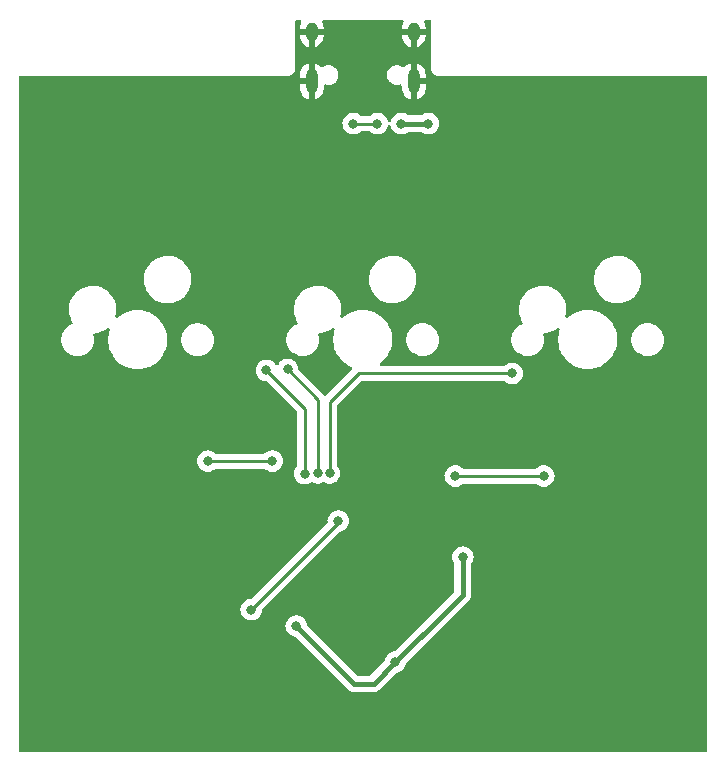
<source format=gbr>
%TF.GenerationSoftware,KiCad,Pcbnew,(6.0.5)*%
%TF.CreationDate,2022-06-21T07:34:41+08:00*%
%TF.ProjectId,unnamed-3k-v2,756e6e61-6d65-4642-9d33-6b2d76322e6b,rev?*%
%TF.SameCoordinates,Original*%
%TF.FileFunction,Copper,L1,Top*%
%TF.FilePolarity,Positive*%
%FSLAX46Y46*%
G04 Gerber Fmt 4.6, Leading zero omitted, Abs format (unit mm)*
G04 Created by KiCad (PCBNEW (6.0.5)) date 2022-06-21 07:34:41*
%MOMM*%
%LPD*%
G01*
G04 APERTURE LIST*
%TA.AperFunction,ComponentPad*%
%ADD10O,1.000000X2.100000*%
%TD*%
%TA.AperFunction,ComponentPad*%
%ADD11O,1.000000X1.600000*%
%TD*%
%TA.AperFunction,ViaPad*%
%ADD12C,0.800000*%
%TD*%
%TA.AperFunction,Conductor*%
%ADD13C,0.254000*%
%TD*%
%TA.AperFunction,Conductor*%
%ADD14C,0.381000*%
%TD*%
G04 APERTURE END LIST*
D10*
%TO.P,USB1,13,SHIELD*%
%TO.N,GND*%
X97441000Y-65769000D03*
X88801000Y-65769000D03*
D11*
X97441000Y-61589000D03*
X88801000Y-61589000D03*
%TD*%
D12*
%TO.N,COL0*%
X105780000Y-90490000D03*
%TO.N,COL1*%
X86770000Y-90160000D03*
%TO.N,COL2*%
X84970000Y-90240000D03*
X88220000Y-98980000D03*
%TO.N,COL1*%
X89320497Y-98920000D03*
%TO.N,COL0*%
X90320000Y-98920000D03*
%TO.N,GND*%
X97536000Y-114935000D03*
%TO.N,+5V*%
X101600000Y-106045000D03*
X87503000Y-111887000D03*
X95885000Y-114935000D03*
%TO.N,Net-(D4-Pad2)*%
X100965000Y-99187000D03*
X85471000Y-97917000D03*
X108458000Y-99187000D03*
X80010000Y-97917000D03*
%TO.N,VCC*%
X98679000Y-69342000D03*
X96392061Y-69342939D03*
%TO.N,D+*%
X94361000Y-69342000D03*
X92329000Y-69342000D03*
%TO.N,Net-(R3-Pad2)*%
X91059000Y-102997000D03*
X83693000Y-110490000D03*
%TD*%
D13*
%TO.N,COL0*%
X92780000Y-90490000D02*
X90320000Y-92950000D01*
X105780000Y-90490000D02*
X92780000Y-90490000D01*
X90320000Y-92950000D02*
X90320000Y-98920000D01*
%TO.N,COL1*%
X86770000Y-90160000D02*
X89320497Y-92710497D01*
X89320497Y-92710497D02*
X89320497Y-98920000D01*
%TO.N,COL2*%
X88220000Y-93490000D02*
X84970000Y-90240000D01*
X88220000Y-98980000D02*
X88220000Y-93490000D01*
D14*
%TO.N,+5V*%
X101581001Y-106063999D02*
X101581001Y-109238999D01*
X95885000Y-114935000D02*
X94043500Y-116776500D01*
X101581001Y-109238999D02*
X100393500Y-110426500D01*
X92392500Y-116776500D02*
X87503000Y-111887000D01*
X94043500Y-116776500D02*
X92392500Y-116776500D01*
X100393500Y-110426500D02*
X95885000Y-114935000D01*
D13*
%TO.N,Net-(D4-Pad2)*%
X80010000Y-97917000D02*
X85471000Y-97917000D01*
X100965000Y-99187000D02*
X108458000Y-99187000D01*
D14*
%TO.N,VCC*%
X96392061Y-69342939D02*
X98678061Y-69342939D01*
X98678061Y-69342939D02*
X98679000Y-69342000D01*
D13*
%TO.N,D+*%
X92329000Y-69342000D02*
X94361000Y-69342000D01*
%TO.N,Net-(R3-Pad2)*%
X91059000Y-103124000D02*
X91059000Y-102997000D01*
X83693000Y-110490000D02*
X91059000Y-103124000D01*
%TD*%
%TA.AperFunction,Conductor*%
%TO.N,GND*%
G36*
X87895787Y-60599502D02*
G01*
X87942280Y-60653158D01*
X87952384Y-60723432D01*
X87938081Y-60766201D01*
X87872994Y-60884593D01*
X87868166Y-60895858D01*
X87812120Y-61072538D01*
X87809570Y-61084532D01*
X87793393Y-61228761D01*
X87793000Y-61235785D01*
X87793000Y-61316885D01*
X87797475Y-61332124D01*
X87798865Y-61333329D01*
X87806548Y-61335000D01*
X89790885Y-61335000D01*
X89806124Y-61330525D01*
X89807329Y-61329135D01*
X89809000Y-61321452D01*
X89809000Y-61242343D01*
X89808699Y-61236195D01*
X89795188Y-61098397D01*
X89792805Y-61086362D01*
X89739233Y-60908924D01*
X89734559Y-60897584D01*
X89663879Y-60764653D01*
X89649560Y-60695116D01*
X89675108Y-60628875D01*
X89732413Y-60586962D01*
X89775131Y-60579500D01*
X96467666Y-60579500D01*
X96535787Y-60599502D01*
X96582280Y-60653158D01*
X96592384Y-60723432D01*
X96578081Y-60766201D01*
X96512994Y-60884593D01*
X96508166Y-60895858D01*
X96452120Y-61072538D01*
X96449570Y-61084532D01*
X96433393Y-61228761D01*
X96433000Y-61235785D01*
X96433000Y-61316885D01*
X96437475Y-61332124D01*
X96438865Y-61333329D01*
X96446548Y-61335000D01*
X98430885Y-61335000D01*
X98446124Y-61330525D01*
X98447329Y-61329135D01*
X98449000Y-61321452D01*
X98449000Y-61242343D01*
X98448699Y-61236195D01*
X98435188Y-61098397D01*
X98432805Y-61086362D01*
X98379233Y-60908924D01*
X98374559Y-60897584D01*
X98303879Y-60764653D01*
X98289560Y-60695116D01*
X98315108Y-60628875D01*
X98372413Y-60586962D01*
X98415131Y-60579500D01*
X98806500Y-60579500D01*
X98874621Y-60599502D01*
X98921114Y-60653158D01*
X98932500Y-60705500D01*
X98932500Y-64761377D01*
X98932498Y-64762147D01*
X98932024Y-64839721D01*
X98934491Y-64848352D01*
X98940150Y-64868153D01*
X98943728Y-64884915D01*
X98947920Y-64914187D01*
X98951634Y-64922355D01*
X98951634Y-64922356D01*
X98958548Y-64937562D01*
X98964996Y-64955086D01*
X98972051Y-64979771D01*
X98976843Y-64987365D01*
X98976844Y-64987368D01*
X98987830Y-65004780D01*
X98995969Y-65019863D01*
X99008208Y-65046782D01*
X99014069Y-65053584D01*
X99024970Y-65066235D01*
X99036073Y-65081239D01*
X99049776Y-65102958D01*
X99056501Y-65108897D01*
X99056504Y-65108901D01*
X99071938Y-65122532D01*
X99083982Y-65134724D01*
X99097427Y-65150327D01*
X99097430Y-65150329D01*
X99103287Y-65157127D01*
X99110816Y-65162007D01*
X99110817Y-65162008D01*
X99124835Y-65171094D01*
X99139709Y-65182385D01*
X99150821Y-65192198D01*
X99158951Y-65199378D01*
X99185711Y-65211942D01*
X99200691Y-65220263D01*
X99217983Y-65231471D01*
X99217988Y-65231473D01*
X99225515Y-65236352D01*
X99234108Y-65238922D01*
X99234113Y-65238924D01*
X99250120Y-65243711D01*
X99267564Y-65250372D01*
X99282676Y-65257467D01*
X99282678Y-65257468D01*
X99290800Y-65261281D01*
X99299667Y-65262662D01*
X99299668Y-65262662D01*
X99302353Y-65263080D01*
X99320017Y-65265830D01*
X99336732Y-65269613D01*
X99356466Y-65275515D01*
X99356472Y-65275516D01*
X99365066Y-65278086D01*
X99374037Y-65278141D01*
X99374038Y-65278141D01*
X99384097Y-65278202D01*
X99399506Y-65278296D01*
X99400289Y-65278329D01*
X99401386Y-65278500D01*
X99432377Y-65278500D01*
X99433147Y-65278502D01*
X99506785Y-65278952D01*
X99506786Y-65278952D01*
X99510721Y-65278976D01*
X99512065Y-65278592D01*
X99513410Y-65278500D01*
X122174500Y-65278500D01*
X122242621Y-65298502D01*
X122289114Y-65352158D01*
X122300500Y-65404500D01*
X122300500Y-122435500D01*
X122280498Y-122503621D01*
X122226842Y-122550114D01*
X122174500Y-122561500D01*
X64134500Y-122561500D01*
X64066379Y-122541498D01*
X64019886Y-122487842D01*
X64008500Y-122435500D01*
X64008500Y-111887000D01*
X86589496Y-111887000D01*
X86609458Y-112076928D01*
X86668473Y-112258556D01*
X86763960Y-112423944D01*
X86891747Y-112565866D01*
X87046248Y-112678118D01*
X87052276Y-112680802D01*
X87052278Y-112680803D01*
X87214681Y-112753109D01*
X87220712Y-112755794D01*
X87390631Y-112791912D01*
X87453528Y-112826063D01*
X91878003Y-117250538D01*
X91883856Y-117256803D01*
X91921342Y-117299774D01*
X91972886Y-117335999D01*
X91978171Y-117339925D01*
X92021758Y-117374101D01*
X92021761Y-117374103D01*
X92027740Y-117378791D01*
X92034662Y-117381917D01*
X92037747Y-117383785D01*
X92050409Y-117391007D01*
X92053549Y-117392690D01*
X92059761Y-117397056D01*
X92101756Y-117413429D01*
X92118446Y-117419936D01*
X92124519Y-117422488D01*
X92181935Y-117448413D01*
X92189403Y-117449797D01*
X92192785Y-117450857D01*
X92206891Y-117454875D01*
X92210315Y-117455754D01*
X92217389Y-117458512D01*
X92279840Y-117466734D01*
X92286344Y-117467764D01*
X92348287Y-117479244D01*
X92355867Y-117478807D01*
X92355868Y-117478807D01*
X92409601Y-117475709D01*
X92416853Y-117475500D01*
X94014901Y-117475500D01*
X94023471Y-117475792D01*
X94072777Y-117479154D01*
X94072781Y-117479154D01*
X94080352Y-117479670D01*
X94087828Y-117478365D01*
X94087832Y-117478365D01*
X94142424Y-117468837D01*
X94148949Y-117467874D01*
X94203918Y-117461222D01*
X94203920Y-117461221D01*
X94211460Y-117460309D01*
X94218562Y-117457625D01*
X94222000Y-117456781D01*
X94236123Y-117452917D01*
X94239534Y-117451887D01*
X94247017Y-117450581D01*
X94304697Y-117425261D01*
X94310804Y-117422770D01*
X94362617Y-117403191D01*
X94362618Y-117403190D01*
X94369722Y-117400506D01*
X94375977Y-117396207D01*
X94379118Y-117394565D01*
X94391872Y-117387467D01*
X94394978Y-117385630D01*
X94401933Y-117382577D01*
X94407960Y-117377952D01*
X94407964Y-117377950D01*
X94451902Y-117344235D01*
X94457220Y-117340371D01*
X94509152Y-117304679D01*
X94550019Y-117258811D01*
X94554999Y-117253536D01*
X95934472Y-115874063D01*
X95997369Y-115839912D01*
X96167288Y-115803794D01*
X96173319Y-115801109D01*
X96335722Y-115728803D01*
X96335724Y-115728802D01*
X96341752Y-115726118D01*
X96496253Y-115613866D01*
X96624040Y-115471944D01*
X96719527Y-115306556D01*
X96778542Y-115124928D01*
X96785028Y-115063217D01*
X96812041Y-114997560D01*
X96821243Y-114987292D01*
X102055039Y-109753496D01*
X102061305Y-109747642D01*
X102098550Y-109715151D01*
X102104275Y-109710157D01*
X102140495Y-109658621D01*
X102144428Y-109653325D01*
X102178607Y-109609736D01*
X102178609Y-109609733D01*
X102183293Y-109603759D01*
X102186419Y-109596835D01*
X102188257Y-109593800D01*
X102195501Y-109581101D01*
X102197189Y-109577953D01*
X102201557Y-109571738D01*
X102224439Y-109513049D01*
X102226979Y-109507004D01*
X102252914Y-109449564D01*
X102254299Y-109442091D01*
X102255370Y-109438673D01*
X102259355Y-109424684D01*
X102260252Y-109421192D01*
X102263013Y-109414110D01*
X102271234Y-109351669D01*
X102272266Y-109345156D01*
X102282362Y-109290681D01*
X102282362Y-109290679D01*
X102283746Y-109283212D01*
X102280210Y-109221886D01*
X102280001Y-109214634D01*
X102280001Y-106695881D01*
X102300003Y-106627760D01*
X102312364Y-106611571D01*
X102334620Y-106586853D01*
X102339040Y-106581944D01*
X102434527Y-106416556D01*
X102493542Y-106234928D01*
X102513504Y-106045000D01*
X102493542Y-105855072D01*
X102434527Y-105673444D01*
X102339040Y-105508056D01*
X102211253Y-105366134D01*
X102056752Y-105253882D01*
X102050724Y-105251198D01*
X102050722Y-105251197D01*
X101888319Y-105178891D01*
X101888318Y-105178891D01*
X101882288Y-105176206D01*
X101788887Y-105156353D01*
X101701944Y-105137872D01*
X101701939Y-105137872D01*
X101695487Y-105136500D01*
X101504513Y-105136500D01*
X101498061Y-105137872D01*
X101498056Y-105137872D01*
X101411113Y-105156353D01*
X101317712Y-105176206D01*
X101311682Y-105178891D01*
X101311681Y-105178891D01*
X101149278Y-105251197D01*
X101149276Y-105251198D01*
X101143248Y-105253882D01*
X100988747Y-105366134D01*
X100860960Y-105508056D01*
X100765473Y-105673444D01*
X100706458Y-105855072D01*
X100686496Y-106045000D01*
X100706458Y-106234928D01*
X100765473Y-106416556D01*
X100858014Y-106576841D01*
X100860960Y-106581944D01*
X100859875Y-106582570D01*
X100882001Y-106650670D01*
X100882001Y-108897274D01*
X100861999Y-108965395D01*
X100845096Y-108986369D01*
X95835528Y-113995937D01*
X95772631Y-114030088D01*
X95602712Y-114066206D01*
X95596682Y-114068891D01*
X95596681Y-114068891D01*
X95434278Y-114141197D01*
X95434276Y-114141198D01*
X95428248Y-114143882D01*
X95273747Y-114256134D01*
X95145960Y-114398056D01*
X95050473Y-114563444D01*
X94991458Y-114745072D01*
X94990768Y-114751637D01*
X94984972Y-114806782D01*
X94957959Y-114872439D01*
X94948757Y-114882707D01*
X93790870Y-116040595D01*
X93728558Y-116074620D01*
X93701775Y-116077500D01*
X92734226Y-116077500D01*
X92666105Y-116057498D01*
X92645131Y-116040595D01*
X88439243Y-111834708D01*
X88405217Y-111772396D01*
X88403028Y-111758783D01*
X88397232Y-111703637D01*
X88397232Y-111703635D01*
X88396542Y-111697072D01*
X88337527Y-111515444D01*
X88242040Y-111350056D01*
X88114253Y-111208134D01*
X87959752Y-111095882D01*
X87953724Y-111093198D01*
X87953722Y-111093197D01*
X87791319Y-111020891D01*
X87791318Y-111020891D01*
X87785288Y-111018206D01*
X87691887Y-110998353D01*
X87604944Y-110979872D01*
X87604939Y-110979872D01*
X87598487Y-110978500D01*
X87407513Y-110978500D01*
X87401061Y-110979872D01*
X87401056Y-110979872D01*
X87314113Y-110998353D01*
X87220712Y-111018206D01*
X87214682Y-111020891D01*
X87214681Y-111020891D01*
X87052278Y-111093197D01*
X87052276Y-111093198D01*
X87046248Y-111095882D01*
X86891747Y-111208134D01*
X86763960Y-111350056D01*
X86668473Y-111515444D01*
X86609458Y-111697072D01*
X86589496Y-111887000D01*
X64008500Y-111887000D01*
X64008500Y-110490000D01*
X82779496Y-110490000D01*
X82799458Y-110679928D01*
X82858473Y-110861556D01*
X82953960Y-111026944D01*
X83081747Y-111168866D01*
X83236248Y-111281118D01*
X83242276Y-111283802D01*
X83242278Y-111283803D01*
X83380062Y-111345148D01*
X83410712Y-111358794D01*
X83504112Y-111378647D01*
X83591056Y-111397128D01*
X83591061Y-111397128D01*
X83597513Y-111398500D01*
X83788487Y-111398500D01*
X83794939Y-111397128D01*
X83794944Y-111397128D01*
X83881888Y-111378647D01*
X83975288Y-111358794D01*
X84005938Y-111345148D01*
X84143722Y-111283803D01*
X84143724Y-111283802D01*
X84149752Y-111281118D01*
X84304253Y-111168866D01*
X84432040Y-111026944D01*
X84527527Y-110861556D01*
X84586542Y-110679928D01*
X84603575Y-110517867D01*
X84630588Y-110452210D01*
X84639790Y-110441942D01*
X91155711Y-103926022D01*
X91218608Y-103891871D01*
X91341288Y-103865794D01*
X91347319Y-103863109D01*
X91509722Y-103790803D01*
X91509724Y-103790802D01*
X91515752Y-103788118D01*
X91670253Y-103675866D01*
X91798040Y-103533944D01*
X91893527Y-103368556D01*
X91952542Y-103186928D01*
X91972504Y-102997000D01*
X91952542Y-102807072D01*
X91893527Y-102625444D01*
X91798040Y-102460056D01*
X91670253Y-102318134D01*
X91515752Y-102205882D01*
X91509724Y-102203198D01*
X91509722Y-102203197D01*
X91347319Y-102130891D01*
X91347318Y-102130891D01*
X91341288Y-102128206D01*
X91247887Y-102108353D01*
X91160944Y-102089872D01*
X91160939Y-102089872D01*
X91154487Y-102088500D01*
X90963513Y-102088500D01*
X90957061Y-102089872D01*
X90957056Y-102089872D01*
X90870112Y-102108353D01*
X90776712Y-102128206D01*
X90770682Y-102130891D01*
X90770681Y-102130891D01*
X90608278Y-102203197D01*
X90608276Y-102203198D01*
X90602248Y-102205882D01*
X90447747Y-102318134D01*
X90319960Y-102460056D01*
X90224473Y-102625444D01*
X90165458Y-102807072D01*
X90145496Y-102997000D01*
X90146186Y-103003565D01*
X90146186Y-103003567D01*
X90152697Y-103065521D01*
X90139924Y-103135359D01*
X90116482Y-103167785D01*
X83739672Y-109544595D01*
X83677360Y-109578621D01*
X83650577Y-109581500D01*
X83597513Y-109581500D01*
X83591061Y-109582872D01*
X83591056Y-109582872D01*
X83504112Y-109601353D01*
X83410712Y-109621206D01*
X83404682Y-109623891D01*
X83404681Y-109623891D01*
X83242278Y-109696197D01*
X83242276Y-109696198D01*
X83236248Y-109698882D01*
X83081747Y-109811134D01*
X82953960Y-109953056D01*
X82858473Y-110118444D01*
X82799458Y-110300072D01*
X82779496Y-110490000D01*
X64008500Y-110490000D01*
X64008500Y-97917000D01*
X79096496Y-97917000D01*
X79116458Y-98106928D01*
X79175473Y-98288556D01*
X79270960Y-98453944D01*
X79275378Y-98458851D01*
X79275379Y-98458852D01*
X79316260Y-98504255D01*
X79398747Y-98595866D01*
X79553248Y-98708118D01*
X79559276Y-98710802D01*
X79559278Y-98710803D01*
X79721681Y-98783109D01*
X79727712Y-98785794D01*
X79821112Y-98805647D01*
X79908056Y-98824128D01*
X79908061Y-98824128D01*
X79914513Y-98825500D01*
X80105487Y-98825500D01*
X80111939Y-98824128D01*
X80111944Y-98824128D01*
X80198888Y-98805647D01*
X80292288Y-98785794D01*
X80298319Y-98783109D01*
X80460722Y-98710803D01*
X80460724Y-98710802D01*
X80466752Y-98708118D01*
X80553423Y-98645148D01*
X80611818Y-98602721D01*
X80621253Y-98595866D01*
X80625668Y-98590963D01*
X80630580Y-98586540D01*
X80632221Y-98588362D01*
X80683210Y-98556950D01*
X80716399Y-98552500D01*
X84764601Y-98552500D01*
X84832722Y-98572502D01*
X84849908Y-98587109D01*
X84850420Y-98586540D01*
X84855332Y-98590963D01*
X84859747Y-98595866D01*
X84869182Y-98602721D01*
X84927578Y-98645148D01*
X85014248Y-98708118D01*
X85020276Y-98710802D01*
X85020278Y-98710803D01*
X85182681Y-98783109D01*
X85188712Y-98785794D01*
X85282112Y-98805647D01*
X85369056Y-98824128D01*
X85369061Y-98824128D01*
X85375513Y-98825500D01*
X85566487Y-98825500D01*
X85572939Y-98824128D01*
X85572944Y-98824128D01*
X85659888Y-98805647D01*
X85753288Y-98785794D01*
X85759319Y-98783109D01*
X85921722Y-98710803D01*
X85921724Y-98710802D01*
X85927752Y-98708118D01*
X86082253Y-98595866D01*
X86164740Y-98504255D01*
X86205621Y-98458852D01*
X86205622Y-98458851D01*
X86210040Y-98453944D01*
X86305527Y-98288556D01*
X86364542Y-98106928D01*
X86384504Y-97917000D01*
X86364542Y-97727072D01*
X86305527Y-97545444D01*
X86210040Y-97380056D01*
X86082253Y-97238134D01*
X85927752Y-97125882D01*
X85921724Y-97123198D01*
X85921722Y-97123197D01*
X85759319Y-97050891D01*
X85759318Y-97050891D01*
X85753288Y-97048206D01*
X85659887Y-97028353D01*
X85572944Y-97009872D01*
X85572939Y-97009872D01*
X85566487Y-97008500D01*
X85375513Y-97008500D01*
X85369061Y-97009872D01*
X85369056Y-97009872D01*
X85282113Y-97028353D01*
X85188712Y-97048206D01*
X85182682Y-97050891D01*
X85182681Y-97050891D01*
X85020278Y-97123197D01*
X85020276Y-97123198D01*
X85014248Y-97125882D01*
X84859747Y-97238134D01*
X84855332Y-97243037D01*
X84850420Y-97247460D01*
X84848779Y-97245638D01*
X84797790Y-97277050D01*
X84764601Y-97281500D01*
X80716399Y-97281500D01*
X80648278Y-97261498D01*
X80631092Y-97246891D01*
X80630580Y-97247460D01*
X80625668Y-97243037D01*
X80621253Y-97238134D01*
X80466752Y-97125882D01*
X80460724Y-97123198D01*
X80460722Y-97123197D01*
X80298319Y-97050891D01*
X80298318Y-97050891D01*
X80292288Y-97048206D01*
X80198887Y-97028353D01*
X80111944Y-97009872D01*
X80111939Y-97009872D01*
X80105487Y-97008500D01*
X79914513Y-97008500D01*
X79908061Y-97009872D01*
X79908056Y-97009872D01*
X79821113Y-97028353D01*
X79727712Y-97048206D01*
X79721682Y-97050891D01*
X79721681Y-97050891D01*
X79559278Y-97123197D01*
X79559276Y-97123198D01*
X79553248Y-97125882D01*
X79398747Y-97238134D01*
X79270960Y-97380056D01*
X79175473Y-97545444D01*
X79116458Y-97727072D01*
X79096496Y-97917000D01*
X64008500Y-97917000D01*
X64008500Y-90240000D01*
X84056496Y-90240000D01*
X84057186Y-90246565D01*
X84063500Y-90306635D01*
X84076458Y-90429928D01*
X84135473Y-90611556D01*
X84230960Y-90776944D01*
X84358747Y-90918866D01*
X84513248Y-91031118D01*
X84519276Y-91033802D01*
X84519278Y-91033803D01*
X84681681Y-91106109D01*
X84687712Y-91108794D01*
X84779852Y-91128379D01*
X84868056Y-91147128D01*
X84868061Y-91147128D01*
X84874513Y-91148500D01*
X84927578Y-91148500D01*
X84995699Y-91168502D01*
X85016673Y-91185405D01*
X87547595Y-93716328D01*
X87581621Y-93778640D01*
X87584500Y-93805423D01*
X87584500Y-98279697D01*
X87564498Y-98347818D01*
X87552136Y-98364006D01*
X87480960Y-98443056D01*
X87385473Y-98608444D01*
X87326458Y-98790072D01*
X87325768Y-98796633D01*
X87325768Y-98796635D01*
X87322734Y-98825500D01*
X87306496Y-98980000D01*
X87326458Y-99169928D01*
X87385473Y-99351556D01*
X87388776Y-99357278D01*
X87388777Y-99357279D01*
X87403746Y-99383206D01*
X87480960Y-99516944D01*
X87485378Y-99521851D01*
X87485379Y-99521852D01*
X87550301Y-99593955D01*
X87608747Y-99658866D01*
X87763248Y-99771118D01*
X87769276Y-99773802D01*
X87769278Y-99773803D01*
X87931681Y-99846109D01*
X87937712Y-99848794D01*
X88018029Y-99865866D01*
X88118056Y-99887128D01*
X88118061Y-99887128D01*
X88124513Y-99888500D01*
X88315487Y-99888500D01*
X88321939Y-99887128D01*
X88321944Y-99887128D01*
X88421971Y-99865866D01*
X88502288Y-99848794D01*
X88508319Y-99846109D01*
X88670722Y-99773803D01*
X88670724Y-99773802D01*
X88676752Y-99771118D01*
X88740154Y-99725054D01*
X88807022Y-99701195D01*
X88865463Y-99711883D01*
X89038209Y-99788794D01*
X89131610Y-99808647D01*
X89218553Y-99827128D01*
X89218558Y-99827128D01*
X89225010Y-99828500D01*
X89415984Y-99828500D01*
X89422436Y-99827128D01*
X89422441Y-99827128D01*
X89509384Y-99808647D01*
X89602785Y-99788794D01*
X89768999Y-99714791D01*
X89839366Y-99705357D01*
X89871496Y-99714791D01*
X90031677Y-99786108D01*
X90031685Y-99786111D01*
X90037712Y-99788794D01*
X90131113Y-99808647D01*
X90218056Y-99827128D01*
X90218061Y-99827128D01*
X90224513Y-99828500D01*
X90415487Y-99828500D01*
X90421939Y-99827128D01*
X90421944Y-99827128D01*
X90508887Y-99808647D01*
X90602288Y-99788794D01*
X90635959Y-99773803D01*
X90770722Y-99713803D01*
X90770724Y-99713802D01*
X90776752Y-99711118D01*
X90784682Y-99705357D01*
X90855430Y-99653955D01*
X90931253Y-99598866D01*
X91059040Y-99456944D01*
X91154527Y-99291556D01*
X91188500Y-99187000D01*
X100051496Y-99187000D01*
X100052186Y-99193565D01*
X100061825Y-99285271D01*
X100071458Y-99376928D01*
X100130473Y-99558556D01*
X100225960Y-99723944D01*
X100230378Y-99728851D01*
X100230379Y-99728852D01*
X100332710Y-99842502D01*
X100353747Y-99865866D01*
X100508248Y-99978118D01*
X100514276Y-99980802D01*
X100514278Y-99980803D01*
X100676681Y-100053109D01*
X100682712Y-100055794D01*
X100776113Y-100075647D01*
X100863056Y-100094128D01*
X100863061Y-100094128D01*
X100869513Y-100095500D01*
X101060487Y-100095500D01*
X101066939Y-100094128D01*
X101066944Y-100094128D01*
X101153887Y-100075647D01*
X101247288Y-100055794D01*
X101253319Y-100053109D01*
X101415722Y-99980803D01*
X101415724Y-99980802D01*
X101421752Y-99978118D01*
X101546989Y-99887128D01*
X101554671Y-99881546D01*
X101576253Y-99865866D01*
X101580668Y-99860963D01*
X101585580Y-99856540D01*
X101587221Y-99858362D01*
X101638210Y-99826950D01*
X101671399Y-99822500D01*
X107751601Y-99822500D01*
X107819722Y-99842502D01*
X107836908Y-99857109D01*
X107837420Y-99856540D01*
X107842332Y-99860963D01*
X107846747Y-99865866D01*
X107868329Y-99881546D01*
X107876012Y-99887128D01*
X108001248Y-99978118D01*
X108007276Y-99980802D01*
X108007278Y-99980803D01*
X108169681Y-100053109D01*
X108175712Y-100055794D01*
X108269113Y-100075647D01*
X108356056Y-100094128D01*
X108356061Y-100094128D01*
X108362513Y-100095500D01*
X108553487Y-100095500D01*
X108559939Y-100094128D01*
X108559944Y-100094128D01*
X108646887Y-100075647D01*
X108740288Y-100055794D01*
X108746319Y-100053109D01*
X108908722Y-99980803D01*
X108908724Y-99980802D01*
X108914752Y-99978118D01*
X109069253Y-99865866D01*
X109090290Y-99842502D01*
X109192621Y-99728852D01*
X109192622Y-99728851D01*
X109197040Y-99723944D01*
X109292527Y-99558556D01*
X109351542Y-99376928D01*
X109361176Y-99285271D01*
X109370814Y-99193565D01*
X109371504Y-99187000D01*
X109351542Y-98997072D01*
X109292527Y-98815444D01*
X109277879Y-98790072D01*
X109255314Y-98750990D01*
X109197040Y-98650056D01*
X109165232Y-98614729D01*
X109073675Y-98513045D01*
X109073674Y-98513044D01*
X109069253Y-98508134D01*
X108914752Y-98395882D01*
X108908724Y-98393198D01*
X108908722Y-98393197D01*
X108746319Y-98320891D01*
X108746318Y-98320891D01*
X108740288Y-98318206D01*
X108627721Y-98294279D01*
X108559944Y-98279872D01*
X108559939Y-98279872D01*
X108553487Y-98278500D01*
X108362513Y-98278500D01*
X108356061Y-98279872D01*
X108356056Y-98279872D01*
X108288279Y-98294279D01*
X108175712Y-98318206D01*
X108169682Y-98320891D01*
X108169681Y-98320891D01*
X108007278Y-98393197D01*
X108007276Y-98393198D01*
X108001248Y-98395882D01*
X107995907Y-98399762D01*
X107995906Y-98399763D01*
X107868329Y-98492454D01*
X107846747Y-98508134D01*
X107842332Y-98513037D01*
X107837420Y-98517460D01*
X107835779Y-98515638D01*
X107784790Y-98547050D01*
X107751601Y-98551500D01*
X101671399Y-98551500D01*
X101603278Y-98531498D01*
X101586092Y-98516891D01*
X101585580Y-98517460D01*
X101580668Y-98513037D01*
X101576253Y-98508134D01*
X101554671Y-98492454D01*
X101427094Y-98399763D01*
X101427093Y-98399762D01*
X101421752Y-98395882D01*
X101415724Y-98393198D01*
X101415722Y-98393197D01*
X101253319Y-98320891D01*
X101253318Y-98320891D01*
X101247288Y-98318206D01*
X101134721Y-98294279D01*
X101066944Y-98279872D01*
X101066939Y-98279872D01*
X101060487Y-98278500D01*
X100869513Y-98278500D01*
X100863061Y-98279872D01*
X100863056Y-98279872D01*
X100795279Y-98294279D01*
X100682712Y-98318206D01*
X100676682Y-98320891D01*
X100676681Y-98320891D01*
X100514278Y-98393197D01*
X100514276Y-98393198D01*
X100508248Y-98395882D01*
X100353747Y-98508134D01*
X100349326Y-98513044D01*
X100349325Y-98513045D01*
X100257769Y-98614729D01*
X100225960Y-98650056D01*
X100167686Y-98750990D01*
X100145122Y-98790072D01*
X100130473Y-98815444D01*
X100071458Y-98997072D01*
X100051496Y-99187000D01*
X91188500Y-99187000D01*
X91213542Y-99109928D01*
X91233504Y-98920000D01*
X91223428Y-98824128D01*
X91214232Y-98736635D01*
X91214232Y-98736633D01*
X91213542Y-98730072D01*
X91154527Y-98548444D01*
X91135587Y-98515638D01*
X91062341Y-98388774D01*
X91059040Y-98383056D01*
X90987864Y-98304007D01*
X90957146Y-98240000D01*
X90955500Y-98219697D01*
X90955500Y-93265422D01*
X90975502Y-93197301D01*
X90992405Y-93176327D01*
X93006327Y-91162405D01*
X93068639Y-91128379D01*
X93095422Y-91125500D01*
X105073601Y-91125500D01*
X105141722Y-91145502D01*
X105158908Y-91160109D01*
X105159420Y-91159540D01*
X105164332Y-91163963D01*
X105168747Y-91168866D01*
X105323248Y-91281118D01*
X105329276Y-91283802D01*
X105329278Y-91283803D01*
X105491681Y-91356109D01*
X105497712Y-91358794D01*
X105591112Y-91378647D01*
X105678056Y-91397128D01*
X105678061Y-91397128D01*
X105684513Y-91398500D01*
X105875487Y-91398500D01*
X105881939Y-91397128D01*
X105881944Y-91397128D01*
X105968888Y-91378647D01*
X106062288Y-91358794D01*
X106068319Y-91356109D01*
X106230722Y-91283803D01*
X106230724Y-91283802D01*
X106236752Y-91281118D01*
X106391253Y-91168866D01*
X106519040Y-91026944D01*
X106614527Y-90861556D01*
X106673542Y-90679928D01*
X106693504Y-90490000D01*
X106687190Y-90429928D01*
X106674232Y-90306635D01*
X106674232Y-90306633D01*
X106673542Y-90300072D01*
X106614527Y-90118444D01*
X106519040Y-89953056D01*
X106391253Y-89811134D01*
X106292157Y-89739136D01*
X106242094Y-89702763D01*
X106242093Y-89702762D01*
X106236752Y-89698882D01*
X106230724Y-89696198D01*
X106230722Y-89696197D01*
X106068319Y-89623891D01*
X106068318Y-89623891D01*
X106062288Y-89621206D01*
X105968887Y-89601353D01*
X105881944Y-89582872D01*
X105881939Y-89582872D01*
X105875487Y-89581500D01*
X105684513Y-89581500D01*
X105678061Y-89582872D01*
X105678056Y-89582872D01*
X105591113Y-89601353D01*
X105497712Y-89621206D01*
X105491682Y-89623891D01*
X105491681Y-89623891D01*
X105329278Y-89696197D01*
X105329276Y-89696198D01*
X105323248Y-89698882D01*
X105317907Y-89702762D01*
X105317906Y-89702763D01*
X105248972Y-89752847D01*
X105168747Y-89811134D01*
X105164332Y-89816037D01*
X105159420Y-89820460D01*
X105157779Y-89818638D01*
X105106790Y-89850050D01*
X105073601Y-89854500D01*
X94707821Y-89854500D01*
X94639700Y-89834498D01*
X94593207Y-89780842D01*
X94583103Y-89710568D01*
X94612597Y-89645988D01*
X94627506Y-89631415D01*
X94630699Y-89628774D01*
X94837398Y-89457778D01*
X95052945Y-89228244D01*
X95238024Y-88973504D01*
X95251129Y-88949667D01*
X95387813Y-88701039D01*
X95387814Y-88701036D01*
X95389716Y-88697577D01*
X95505630Y-88404813D01*
X95583936Y-88099830D01*
X95623400Y-87787438D01*
X95623400Y-87564593D01*
X96814039Y-87564593D01*
X96814239Y-87569922D01*
X96814239Y-87569923D01*
X96817420Y-87654638D01*
X96822848Y-87799216D01*
X96823943Y-87804434D01*
X96853071Y-87943255D01*
X96871062Y-88029001D01*
X96957302Y-88247377D01*
X97079104Y-88448100D01*
X97232985Y-88625432D01*
X97237117Y-88628820D01*
X97410416Y-88770917D01*
X97410422Y-88770921D01*
X97414544Y-88774301D01*
X97419180Y-88776940D01*
X97419183Y-88776942D01*
X97432111Y-88784301D01*
X97618590Y-88890451D01*
X97839289Y-88970561D01*
X97844538Y-88971510D01*
X97844541Y-88971511D01*
X97925615Y-88986171D01*
X98070330Y-89012340D01*
X98074469Y-89012535D01*
X98074476Y-89012536D01*
X98093440Y-89013430D01*
X98093449Y-89013430D01*
X98094929Y-89013500D01*
X98259950Y-89013500D01*
X98341299Y-89006597D01*
X98429637Y-88999102D01*
X98429641Y-88999101D01*
X98434948Y-88998651D01*
X98440103Y-88997313D01*
X98440109Y-88997312D01*
X98623677Y-88949667D01*
X98662206Y-88939667D01*
X98667072Y-88937475D01*
X98667075Y-88937474D01*
X98871417Y-88845424D01*
X98871420Y-88845423D01*
X98876278Y-88843234D01*
X99071041Y-88712112D01*
X99079646Y-88703904D01*
X99166138Y-88621394D01*
X99240927Y-88550049D01*
X99381078Y-88361679D01*
X99441719Y-88242408D01*
X99485069Y-88157144D01*
X99485069Y-88157143D01*
X99487487Y-88152388D01*
X99557111Y-87928160D01*
X99574202Y-87799216D01*
X99587261Y-87700690D01*
X99587261Y-87700687D01*
X99587961Y-87695407D01*
X99583050Y-87564593D01*
X105705039Y-87564593D01*
X105705239Y-87569922D01*
X105705239Y-87569923D01*
X105708420Y-87654638D01*
X105713848Y-87799216D01*
X105714943Y-87804434D01*
X105744071Y-87943255D01*
X105762062Y-88029001D01*
X105848302Y-88247377D01*
X105970104Y-88448100D01*
X106123985Y-88625432D01*
X106128117Y-88628820D01*
X106301416Y-88770917D01*
X106301422Y-88770921D01*
X106305544Y-88774301D01*
X106310180Y-88776940D01*
X106310183Y-88776942D01*
X106323111Y-88784301D01*
X106509590Y-88890451D01*
X106730289Y-88970561D01*
X106735538Y-88971510D01*
X106735541Y-88971511D01*
X106816615Y-88986171D01*
X106961330Y-89012340D01*
X106965469Y-89012535D01*
X106965476Y-89012536D01*
X106984440Y-89013430D01*
X106984449Y-89013430D01*
X106985929Y-89013500D01*
X107150950Y-89013500D01*
X107232299Y-89006597D01*
X107320637Y-88999102D01*
X107320641Y-88999101D01*
X107325948Y-88998651D01*
X107331103Y-88997313D01*
X107331109Y-88997312D01*
X107514677Y-88949667D01*
X107553206Y-88939667D01*
X107558072Y-88937475D01*
X107558075Y-88937474D01*
X107762417Y-88845424D01*
X107762420Y-88845423D01*
X107767278Y-88843234D01*
X107962041Y-88712112D01*
X107970646Y-88703904D01*
X108057138Y-88621394D01*
X108131927Y-88550049D01*
X108272078Y-88361679D01*
X108332719Y-88242408D01*
X108376069Y-88157144D01*
X108376069Y-88157143D01*
X108378487Y-88152388D01*
X108448111Y-87928160D01*
X108465202Y-87799216D01*
X108478261Y-87700690D01*
X108478261Y-87700687D01*
X108478961Y-87695407D01*
X108470152Y-87460784D01*
X108445195Y-87341840D01*
X108424373Y-87242602D01*
X108429960Y-87171826D01*
X108472925Y-87115305D01*
X108538898Y-87091035D01*
X108572355Y-87088696D01*
X108637828Y-87084118D01*
X108637834Y-87084117D01*
X108642212Y-87083811D01*
X108916970Y-87025409D01*
X108921099Y-87023906D01*
X108921103Y-87023905D01*
X109176781Y-86930846D01*
X109176785Y-86930844D01*
X109180926Y-86929337D01*
X109428942Y-86797464D01*
X109613327Y-86663501D01*
X109680195Y-86639642D01*
X109749347Y-86655723D01*
X109798827Y-86706637D01*
X109812926Y-86776220D01*
X109804540Y-86811820D01*
X109787370Y-86855187D01*
X109709064Y-87160170D01*
X109669600Y-87472562D01*
X109669600Y-87787438D01*
X109709064Y-88099830D01*
X109787370Y-88404813D01*
X109903284Y-88697577D01*
X109905186Y-88701036D01*
X109905187Y-88701039D01*
X110041872Y-88949667D01*
X110054976Y-88973504D01*
X110240055Y-89228244D01*
X110455602Y-89457778D01*
X110698218Y-89658487D01*
X110964076Y-89827206D01*
X110967655Y-89828890D01*
X110967662Y-89828894D01*
X111245394Y-89959584D01*
X111245398Y-89959586D01*
X111248984Y-89961273D01*
X111252756Y-89962499D01*
X111252757Y-89962499D01*
X111276064Y-89970072D01*
X111548448Y-90058575D01*
X111857746Y-90117577D01*
X111951300Y-90123463D01*
X112091358Y-90132275D01*
X112091374Y-90132276D01*
X112093353Y-90132400D01*
X112250647Y-90132400D01*
X112252626Y-90132276D01*
X112252642Y-90132275D01*
X112392700Y-90123463D01*
X112486254Y-90117577D01*
X112795552Y-90058575D01*
X113067936Y-89970072D01*
X113091243Y-89962499D01*
X113091244Y-89962499D01*
X113095016Y-89961273D01*
X113098602Y-89959586D01*
X113098606Y-89959584D01*
X113376338Y-89828894D01*
X113376345Y-89828890D01*
X113379924Y-89827206D01*
X113645782Y-89658487D01*
X113888398Y-89457778D01*
X114103945Y-89228244D01*
X114289024Y-88973504D01*
X114302129Y-88949667D01*
X114438813Y-88701039D01*
X114438814Y-88701036D01*
X114440716Y-88697577D01*
X114556630Y-88404813D01*
X114634936Y-88099830D01*
X114674400Y-87787438D01*
X114674400Y-87564593D01*
X115865039Y-87564593D01*
X115865239Y-87569922D01*
X115865239Y-87569923D01*
X115868420Y-87654638D01*
X115873848Y-87799216D01*
X115874943Y-87804434D01*
X115904071Y-87943255D01*
X115922062Y-88029001D01*
X116008302Y-88247377D01*
X116130104Y-88448100D01*
X116283985Y-88625432D01*
X116288117Y-88628820D01*
X116461416Y-88770917D01*
X116461422Y-88770921D01*
X116465544Y-88774301D01*
X116470180Y-88776940D01*
X116470183Y-88776942D01*
X116483111Y-88784301D01*
X116669590Y-88890451D01*
X116890289Y-88970561D01*
X116895538Y-88971510D01*
X116895541Y-88971511D01*
X116976615Y-88986171D01*
X117121330Y-89012340D01*
X117125469Y-89012535D01*
X117125476Y-89012536D01*
X117144440Y-89013430D01*
X117144449Y-89013430D01*
X117145929Y-89013500D01*
X117310950Y-89013500D01*
X117392299Y-89006597D01*
X117480637Y-88999102D01*
X117480641Y-88999101D01*
X117485948Y-88998651D01*
X117491103Y-88997313D01*
X117491109Y-88997312D01*
X117674677Y-88949667D01*
X117713206Y-88939667D01*
X117718072Y-88937475D01*
X117718075Y-88937474D01*
X117922417Y-88845424D01*
X117922420Y-88845423D01*
X117927278Y-88843234D01*
X118122041Y-88712112D01*
X118130646Y-88703904D01*
X118217138Y-88621394D01*
X118291927Y-88550049D01*
X118432078Y-88361679D01*
X118492719Y-88242408D01*
X118536069Y-88157144D01*
X118536069Y-88157143D01*
X118538487Y-88152388D01*
X118608111Y-87928160D01*
X118625202Y-87799216D01*
X118638261Y-87700690D01*
X118638261Y-87700687D01*
X118638961Y-87695407D01*
X118630152Y-87460784D01*
X118605195Y-87341840D01*
X118583035Y-87236226D01*
X118583034Y-87236223D01*
X118581938Y-87230999D01*
X118495698Y-87012623D01*
X118432406Y-86908321D01*
X118376664Y-86816461D01*
X118376662Y-86816458D01*
X118373896Y-86811900D01*
X118220015Y-86634568D01*
X118209938Y-86626306D01*
X118042584Y-86489083D01*
X118042578Y-86489079D01*
X118038456Y-86485699D01*
X118033820Y-86483060D01*
X118033817Y-86483058D01*
X117839053Y-86372192D01*
X117834410Y-86369549D01*
X117613711Y-86289439D01*
X117608462Y-86288490D01*
X117608459Y-86288489D01*
X117511178Y-86270898D01*
X117382670Y-86247660D01*
X117378531Y-86247465D01*
X117378524Y-86247464D01*
X117359560Y-86246570D01*
X117359551Y-86246570D01*
X117358071Y-86246500D01*
X117193050Y-86246500D01*
X117111701Y-86253403D01*
X117023363Y-86260898D01*
X117023359Y-86260899D01*
X117018052Y-86261349D01*
X117012897Y-86262687D01*
X117012891Y-86262688D01*
X116864280Y-86301260D01*
X116790794Y-86320333D01*
X116785928Y-86322525D01*
X116785925Y-86322526D01*
X116581583Y-86414576D01*
X116581580Y-86414577D01*
X116576722Y-86416766D01*
X116572298Y-86419745D01*
X116572297Y-86419745D01*
X116546324Y-86437231D01*
X116381959Y-86547888D01*
X116378102Y-86551567D01*
X116378100Y-86551569D01*
X116352389Y-86576096D01*
X116212073Y-86709951D01*
X116071922Y-86898321D01*
X116069506Y-86903072D01*
X116069504Y-86903076D01*
X116002223Y-87035409D01*
X115965513Y-87107612D01*
X115895889Y-87331840D01*
X115895188Y-87337129D01*
X115878092Y-87466116D01*
X115865039Y-87564593D01*
X114674400Y-87564593D01*
X114674400Y-87472562D01*
X114634936Y-87160170D01*
X114556630Y-86855187D01*
X114440716Y-86562423D01*
X114434749Y-86551569D01*
X114290933Y-86289968D01*
X114290931Y-86289965D01*
X114289024Y-86286496D01*
X114113538Y-86044960D01*
X114106273Y-86034960D01*
X114106272Y-86034958D01*
X114103945Y-86031756D01*
X113888398Y-85802222D01*
X113645782Y-85601513D01*
X113397413Y-85443893D01*
X113383271Y-85434918D01*
X113383270Y-85434918D01*
X113379924Y-85432794D01*
X113376345Y-85431110D01*
X113376338Y-85431106D01*
X113098606Y-85300416D01*
X113098602Y-85300414D01*
X113095016Y-85298727D01*
X112795552Y-85201425D01*
X112486254Y-85142423D01*
X112392700Y-85136537D01*
X112252642Y-85127725D01*
X112252626Y-85127724D01*
X112250647Y-85127600D01*
X112093353Y-85127600D01*
X112091374Y-85127724D01*
X112091358Y-85127725D01*
X111951300Y-85136537D01*
X111857746Y-85142423D01*
X111548448Y-85201425D01*
X111248984Y-85298727D01*
X111245398Y-85300414D01*
X111245394Y-85300416D01*
X110967662Y-85431106D01*
X110967655Y-85431110D01*
X110964076Y-85432794D01*
X110960730Y-85434918D01*
X110960729Y-85434918D01*
X110946587Y-85443893D01*
X110698218Y-85601513D01*
X110618249Y-85667669D01*
X110497413Y-85767633D01*
X110432176Y-85795643D01*
X110362151Y-85783936D01*
X110309571Y-85736229D01*
X110291131Y-85667669D01*
X110294841Y-85640066D01*
X110343753Y-85443893D01*
X110343754Y-85443888D01*
X110344817Y-85439624D01*
X110345713Y-85431106D01*
X110373719Y-85164636D01*
X110373719Y-85164633D01*
X110374178Y-85160267D01*
X110374025Y-85155873D01*
X110364529Y-84883939D01*
X110364528Y-84883933D01*
X110364375Y-84879542D01*
X110340608Y-84744749D01*
X110332630Y-84699506D01*
X110315598Y-84602913D01*
X110228797Y-84335765D01*
X110225750Y-84329516D01*
X110158293Y-84191211D01*
X110105660Y-84083298D01*
X110103205Y-84079659D01*
X110103202Y-84079653D01*
X109988963Y-83910287D01*
X109948585Y-83850424D01*
X109760629Y-83641678D01*
X109545450Y-83461121D01*
X109307236Y-83312269D01*
X109077099Y-83209805D01*
X109054639Y-83199805D01*
X109054637Y-83199804D01*
X109050625Y-83198018D01*
X108819711Y-83131805D01*
X108784837Y-83121805D01*
X108784836Y-83121805D01*
X108780610Y-83120593D01*
X108776260Y-83119982D01*
X108776257Y-83119981D01*
X108673310Y-83105513D01*
X108502448Y-83081500D01*
X108291854Y-83081500D01*
X108289668Y-83081653D01*
X108289664Y-83081653D01*
X108086173Y-83095882D01*
X108086168Y-83095883D01*
X108081788Y-83096189D01*
X107807030Y-83154591D01*
X107802901Y-83156094D01*
X107802897Y-83156095D01*
X107547219Y-83249154D01*
X107547215Y-83249156D01*
X107543074Y-83250663D01*
X107295058Y-83382536D01*
X107291499Y-83385122D01*
X107291497Y-83385123D01*
X107173131Y-83471121D01*
X107067808Y-83547642D01*
X107064644Y-83550698D01*
X107064641Y-83550700D01*
X107054286Y-83560700D01*
X106865748Y-83742769D01*
X106692812Y-83964118D01*
X106690616Y-83967922D01*
X106690611Y-83967929D01*
X106612999Y-84102358D01*
X106552364Y-84207381D01*
X106447138Y-84467824D01*
X106446073Y-84472097D01*
X106446072Y-84472099D01*
X106412379Y-84607236D01*
X106379183Y-84740376D01*
X106378724Y-84744744D01*
X106378723Y-84744749D01*
X106378132Y-84750376D01*
X106349822Y-85019733D01*
X106349975Y-85024121D01*
X106349975Y-85024127D01*
X106356559Y-85212652D01*
X106359625Y-85300458D01*
X106360387Y-85304781D01*
X106360388Y-85304788D01*
X106384916Y-85443893D01*
X106408402Y-85577087D01*
X106495203Y-85844235D01*
X106497131Y-85848188D01*
X106497133Y-85848193D01*
X106552313Y-85961328D01*
X106618340Y-86096702D01*
X106625085Y-86106702D01*
X106653334Y-86148583D01*
X106674844Y-86216243D01*
X106656360Y-86284791D01*
X106600627Y-86333923D01*
X106525584Y-86367727D01*
X106421583Y-86414576D01*
X106421580Y-86414577D01*
X106416722Y-86416766D01*
X106412298Y-86419745D01*
X106412297Y-86419745D01*
X106386324Y-86437231D01*
X106221959Y-86547888D01*
X106218102Y-86551567D01*
X106218100Y-86551569D01*
X106192389Y-86576096D01*
X106052073Y-86709951D01*
X105911922Y-86898321D01*
X105909506Y-86903072D01*
X105909504Y-86903076D01*
X105842223Y-87035409D01*
X105805513Y-87107612D01*
X105735889Y-87331840D01*
X105735188Y-87337129D01*
X105718092Y-87466116D01*
X105705039Y-87564593D01*
X99583050Y-87564593D01*
X99579152Y-87460784D01*
X99554195Y-87341840D01*
X99532035Y-87236226D01*
X99532034Y-87236223D01*
X99530938Y-87230999D01*
X99444698Y-87012623D01*
X99381406Y-86908321D01*
X99325664Y-86816461D01*
X99325662Y-86816458D01*
X99322896Y-86811900D01*
X99169015Y-86634568D01*
X99158938Y-86626306D01*
X98991584Y-86489083D01*
X98991578Y-86489079D01*
X98987456Y-86485699D01*
X98982820Y-86483060D01*
X98982817Y-86483058D01*
X98788053Y-86372192D01*
X98783410Y-86369549D01*
X98562711Y-86289439D01*
X98557462Y-86288490D01*
X98557459Y-86288489D01*
X98460178Y-86270898D01*
X98331670Y-86247660D01*
X98327531Y-86247465D01*
X98327524Y-86247464D01*
X98308560Y-86246570D01*
X98308551Y-86246570D01*
X98307071Y-86246500D01*
X98142050Y-86246500D01*
X98060701Y-86253403D01*
X97972363Y-86260898D01*
X97972359Y-86260899D01*
X97967052Y-86261349D01*
X97961897Y-86262687D01*
X97961891Y-86262688D01*
X97813280Y-86301260D01*
X97739794Y-86320333D01*
X97734928Y-86322525D01*
X97734925Y-86322526D01*
X97530583Y-86414576D01*
X97530580Y-86414577D01*
X97525722Y-86416766D01*
X97521298Y-86419745D01*
X97521297Y-86419745D01*
X97495324Y-86437231D01*
X97330959Y-86547888D01*
X97327102Y-86551567D01*
X97327100Y-86551569D01*
X97301389Y-86576096D01*
X97161073Y-86709951D01*
X97020922Y-86898321D01*
X97018506Y-86903072D01*
X97018504Y-86903076D01*
X96951223Y-87035409D01*
X96914513Y-87107612D01*
X96844889Y-87331840D01*
X96844188Y-87337129D01*
X96827092Y-87466116D01*
X96814039Y-87564593D01*
X95623400Y-87564593D01*
X95623400Y-87472562D01*
X95583936Y-87160170D01*
X95505630Y-86855187D01*
X95389716Y-86562423D01*
X95383749Y-86551569D01*
X95239933Y-86289968D01*
X95239931Y-86289965D01*
X95238024Y-86286496D01*
X95062538Y-86044960D01*
X95055273Y-86034960D01*
X95055272Y-86034958D01*
X95052945Y-86031756D01*
X94837398Y-85802222D01*
X94594782Y-85601513D01*
X94346413Y-85443893D01*
X94332271Y-85434918D01*
X94332270Y-85434918D01*
X94328924Y-85432794D01*
X94325345Y-85431110D01*
X94325338Y-85431106D01*
X94047606Y-85300416D01*
X94047602Y-85300414D01*
X94044016Y-85298727D01*
X93744552Y-85201425D01*
X93435254Y-85142423D01*
X93341700Y-85136537D01*
X93201642Y-85127725D01*
X93201626Y-85127724D01*
X93199647Y-85127600D01*
X93042353Y-85127600D01*
X93040374Y-85127724D01*
X93040358Y-85127725D01*
X92900300Y-85136537D01*
X92806746Y-85142423D01*
X92497448Y-85201425D01*
X92197984Y-85298727D01*
X92194398Y-85300414D01*
X92194394Y-85300416D01*
X91916662Y-85431106D01*
X91916655Y-85431110D01*
X91913076Y-85432794D01*
X91909730Y-85434918D01*
X91909729Y-85434918D01*
X91895587Y-85443893D01*
X91647218Y-85601513D01*
X91567249Y-85667669D01*
X91446413Y-85767633D01*
X91381176Y-85795643D01*
X91311151Y-85783936D01*
X91258571Y-85736229D01*
X91240131Y-85667669D01*
X91243841Y-85640066D01*
X91292753Y-85443893D01*
X91292754Y-85443888D01*
X91293817Y-85439624D01*
X91294713Y-85431106D01*
X91322719Y-85164636D01*
X91322719Y-85164633D01*
X91323178Y-85160267D01*
X91323025Y-85155873D01*
X91313529Y-84883939D01*
X91313528Y-84883933D01*
X91313375Y-84879542D01*
X91289608Y-84744749D01*
X91281630Y-84699506D01*
X91264598Y-84602913D01*
X91177797Y-84335765D01*
X91174750Y-84329516D01*
X91107293Y-84191211D01*
X91054660Y-84083298D01*
X91052205Y-84079659D01*
X91052202Y-84079653D01*
X90937963Y-83910287D01*
X90897585Y-83850424D01*
X90709629Y-83641678D01*
X90494450Y-83461121D01*
X90256236Y-83312269D01*
X90026099Y-83209805D01*
X90003639Y-83199805D01*
X90003637Y-83199804D01*
X89999625Y-83198018D01*
X89768711Y-83131805D01*
X89733837Y-83121805D01*
X89733836Y-83121805D01*
X89729610Y-83120593D01*
X89725260Y-83119982D01*
X89725257Y-83119981D01*
X89622310Y-83105513D01*
X89451448Y-83081500D01*
X89240854Y-83081500D01*
X89238668Y-83081653D01*
X89238664Y-83081653D01*
X89035173Y-83095882D01*
X89035168Y-83095883D01*
X89030788Y-83096189D01*
X88756030Y-83154591D01*
X88751901Y-83156094D01*
X88751897Y-83156095D01*
X88496219Y-83249154D01*
X88496215Y-83249156D01*
X88492074Y-83250663D01*
X88244058Y-83382536D01*
X88240499Y-83385122D01*
X88240497Y-83385123D01*
X88122131Y-83471121D01*
X88016808Y-83547642D01*
X88013644Y-83550698D01*
X88013641Y-83550700D01*
X88003286Y-83560700D01*
X87814748Y-83742769D01*
X87641812Y-83964118D01*
X87639616Y-83967922D01*
X87639611Y-83967929D01*
X87561999Y-84102358D01*
X87501364Y-84207381D01*
X87396138Y-84467824D01*
X87395073Y-84472097D01*
X87395072Y-84472099D01*
X87361379Y-84607236D01*
X87328183Y-84740376D01*
X87327724Y-84744744D01*
X87327723Y-84744749D01*
X87327132Y-84750376D01*
X87298822Y-85019733D01*
X87298975Y-85024121D01*
X87298975Y-85024127D01*
X87305559Y-85212652D01*
X87308625Y-85300458D01*
X87309387Y-85304781D01*
X87309388Y-85304788D01*
X87333916Y-85443893D01*
X87357402Y-85577087D01*
X87444203Y-85844235D01*
X87446131Y-85848188D01*
X87446133Y-85848193D01*
X87501313Y-85961328D01*
X87567340Y-86096702D01*
X87574085Y-86106702D01*
X87602334Y-86148583D01*
X87623844Y-86216243D01*
X87605360Y-86284791D01*
X87549627Y-86333923D01*
X87474584Y-86367727D01*
X87370583Y-86414576D01*
X87370580Y-86414577D01*
X87365722Y-86416766D01*
X87361298Y-86419745D01*
X87361297Y-86419745D01*
X87335324Y-86437231D01*
X87170959Y-86547888D01*
X87167102Y-86551567D01*
X87167100Y-86551569D01*
X87141389Y-86576096D01*
X87001073Y-86709951D01*
X86860922Y-86898321D01*
X86858506Y-86903072D01*
X86858504Y-86903076D01*
X86791223Y-87035409D01*
X86754513Y-87107612D01*
X86684889Y-87331840D01*
X86684188Y-87337129D01*
X86667092Y-87466116D01*
X86654039Y-87564593D01*
X86654239Y-87569922D01*
X86654239Y-87569923D01*
X86657420Y-87654638D01*
X86662848Y-87799216D01*
X86663943Y-87804434D01*
X86693071Y-87943255D01*
X86711062Y-88029001D01*
X86797302Y-88247377D01*
X86919104Y-88448100D01*
X87072985Y-88625432D01*
X87077117Y-88628820D01*
X87250416Y-88770917D01*
X87250422Y-88770921D01*
X87254544Y-88774301D01*
X87259180Y-88776940D01*
X87259183Y-88776942D01*
X87272111Y-88784301D01*
X87458590Y-88890451D01*
X87679289Y-88970561D01*
X87684538Y-88971510D01*
X87684541Y-88971511D01*
X87765615Y-88986171D01*
X87910330Y-89012340D01*
X87914469Y-89012535D01*
X87914476Y-89012536D01*
X87933440Y-89013430D01*
X87933449Y-89013430D01*
X87934929Y-89013500D01*
X88099950Y-89013500D01*
X88181299Y-89006597D01*
X88269637Y-88999102D01*
X88269641Y-88999101D01*
X88274948Y-88998651D01*
X88280103Y-88997313D01*
X88280109Y-88997312D01*
X88463677Y-88949667D01*
X88502206Y-88939667D01*
X88507072Y-88937475D01*
X88507075Y-88937474D01*
X88711417Y-88845424D01*
X88711420Y-88845423D01*
X88716278Y-88843234D01*
X88911041Y-88712112D01*
X88919646Y-88703904D01*
X89006138Y-88621394D01*
X89080927Y-88550049D01*
X89221078Y-88361679D01*
X89281719Y-88242408D01*
X89325069Y-88157144D01*
X89325069Y-88157143D01*
X89327487Y-88152388D01*
X89397111Y-87928160D01*
X89414202Y-87799216D01*
X89427261Y-87700690D01*
X89427261Y-87700687D01*
X89427961Y-87695407D01*
X89419152Y-87460784D01*
X89394195Y-87341840D01*
X89373373Y-87242602D01*
X89378960Y-87171826D01*
X89421925Y-87115305D01*
X89487898Y-87091035D01*
X89521355Y-87088696D01*
X89586828Y-87084118D01*
X89586834Y-87084117D01*
X89591212Y-87083811D01*
X89865970Y-87025409D01*
X89870099Y-87023906D01*
X89870103Y-87023905D01*
X90125781Y-86930846D01*
X90125785Y-86930844D01*
X90129926Y-86929337D01*
X90377942Y-86797464D01*
X90562327Y-86663501D01*
X90629195Y-86639642D01*
X90698347Y-86655723D01*
X90747827Y-86706637D01*
X90761926Y-86776220D01*
X90753540Y-86811820D01*
X90736370Y-86855187D01*
X90658064Y-87160170D01*
X90618600Y-87472562D01*
X90618600Y-87787438D01*
X90658064Y-88099830D01*
X90736370Y-88404813D01*
X90852284Y-88697577D01*
X90854186Y-88701036D01*
X90854187Y-88701039D01*
X90990872Y-88949667D01*
X91003976Y-88973504D01*
X91189055Y-89228244D01*
X91404602Y-89457778D01*
X91647218Y-89658487D01*
X91913076Y-89827206D01*
X91916655Y-89828890D01*
X91916662Y-89828894D01*
X92179936Y-89952781D01*
X92233057Y-89999884D01*
X92252280Y-90068228D01*
X92231501Y-90136116D01*
X92215383Y-90155884D01*
X90025752Y-92345515D01*
X89963440Y-92379541D01*
X89892625Y-92374476D01*
X89835789Y-92331929D01*
X89832920Y-92327627D01*
X89830667Y-92324723D01*
X89826631Y-92317898D01*
X89812244Y-92303511D01*
X89799403Y-92288477D01*
X89792099Y-92278424D01*
X89787439Y-92272010D01*
X89753247Y-92243724D01*
X89744468Y-92235735D01*
X87716790Y-90208057D01*
X87682764Y-90145745D01*
X87680575Y-90132132D01*
X87664232Y-89976635D01*
X87664232Y-89976633D01*
X87663542Y-89970072D01*
X87604527Y-89788444D01*
X87509040Y-89623056D01*
X87381253Y-89481134D01*
X87282157Y-89409136D01*
X87232094Y-89372763D01*
X87232093Y-89372762D01*
X87226752Y-89368882D01*
X87220724Y-89366198D01*
X87220722Y-89366197D01*
X87058319Y-89293891D01*
X87058318Y-89293891D01*
X87052288Y-89291206D01*
X86958888Y-89271353D01*
X86871944Y-89252872D01*
X86871939Y-89252872D01*
X86865487Y-89251500D01*
X86674513Y-89251500D01*
X86668061Y-89252872D01*
X86668056Y-89252872D01*
X86581112Y-89271353D01*
X86487712Y-89291206D01*
X86481682Y-89293891D01*
X86481681Y-89293891D01*
X86319278Y-89366197D01*
X86319276Y-89366198D01*
X86313248Y-89368882D01*
X86307907Y-89372762D01*
X86307906Y-89372763D01*
X86257843Y-89409136D01*
X86158747Y-89481134D01*
X86030960Y-89623056D01*
X86003505Y-89670609D01*
X85956025Y-89752847D01*
X85904642Y-89801840D01*
X85834929Y-89815276D01*
X85769018Y-89788890D01*
X85737787Y-89752847D01*
X85712341Y-89708774D01*
X85709040Y-89703056D01*
X85581253Y-89561134D01*
X85471143Y-89481134D01*
X85432094Y-89452763D01*
X85432093Y-89452762D01*
X85426752Y-89448882D01*
X85420724Y-89446198D01*
X85420722Y-89446197D01*
X85258319Y-89373891D01*
X85258318Y-89373891D01*
X85252288Y-89371206D01*
X85158887Y-89351353D01*
X85071944Y-89332872D01*
X85071939Y-89332872D01*
X85065487Y-89331500D01*
X84874513Y-89331500D01*
X84868061Y-89332872D01*
X84868056Y-89332872D01*
X84781113Y-89351353D01*
X84687712Y-89371206D01*
X84681682Y-89373891D01*
X84681681Y-89373891D01*
X84519278Y-89446197D01*
X84519276Y-89446198D01*
X84513248Y-89448882D01*
X84507907Y-89452762D01*
X84507906Y-89452763D01*
X84468857Y-89481134D01*
X84358747Y-89561134D01*
X84230960Y-89703056D01*
X84227659Y-89708774D01*
X84143524Y-89854500D01*
X84135473Y-89868444D01*
X84076458Y-90050072D01*
X84075768Y-90056633D01*
X84075768Y-90056635D01*
X84066767Y-90142275D01*
X84056496Y-90240000D01*
X64008500Y-90240000D01*
X64008500Y-87574593D01*
X67605039Y-87574593D01*
X67613848Y-87809216D01*
X67614943Y-87814434D01*
X67639794Y-87932871D01*
X67662062Y-88039001D01*
X67748302Y-88257377D01*
X67751071Y-88261940D01*
X67866484Y-88452134D01*
X67870104Y-88458100D01*
X68023985Y-88635432D01*
X68028117Y-88638820D01*
X68201416Y-88780917D01*
X68201422Y-88780921D01*
X68205544Y-88784301D01*
X68210180Y-88786940D01*
X68210183Y-88786942D01*
X68321408Y-88850255D01*
X68409590Y-88900451D01*
X68630289Y-88980561D01*
X68635538Y-88981510D01*
X68635541Y-88981511D01*
X68716615Y-88996171D01*
X68861330Y-89022340D01*
X68865469Y-89022535D01*
X68865476Y-89022536D01*
X68884440Y-89023430D01*
X68884449Y-89023430D01*
X68885929Y-89023500D01*
X69050950Y-89023500D01*
X69132299Y-89016597D01*
X69220637Y-89009102D01*
X69220641Y-89009101D01*
X69225948Y-89008651D01*
X69231103Y-89007313D01*
X69231109Y-89007312D01*
X69448035Y-88951009D01*
X69448034Y-88951009D01*
X69453206Y-88949667D01*
X69458072Y-88947475D01*
X69458075Y-88947474D01*
X69662417Y-88855424D01*
X69662420Y-88855423D01*
X69667278Y-88853234D01*
X69686557Y-88840255D01*
X69769668Y-88784301D01*
X69862041Y-88722112D01*
X69876383Y-88708431D01*
X70028070Y-88563728D01*
X70031927Y-88560049D01*
X70172078Y-88371679D01*
X70174986Y-88365961D01*
X70276069Y-88167144D01*
X70276069Y-88167143D01*
X70278487Y-88162388D01*
X70348111Y-87938160D01*
X70365836Y-87804434D01*
X70378261Y-87710690D01*
X70378261Y-87710687D01*
X70378961Y-87705407D01*
X70378386Y-87690077D01*
X70374250Y-87579923D01*
X70370152Y-87470784D01*
X70357690Y-87411392D01*
X70324373Y-87252602D01*
X70329960Y-87181826D01*
X70372925Y-87125305D01*
X70438898Y-87101035D01*
X70475155Y-87098500D01*
X70537828Y-87094118D01*
X70537834Y-87094117D01*
X70542212Y-87093811D01*
X70816970Y-87035409D01*
X70821099Y-87033906D01*
X70821103Y-87033905D01*
X71076781Y-86940846D01*
X71076785Y-86940844D01*
X71080926Y-86939337D01*
X71328942Y-86807464D01*
X71339863Y-86799530D01*
X71467719Y-86706637D01*
X71513327Y-86673501D01*
X71580195Y-86649642D01*
X71649347Y-86665723D01*
X71698827Y-86716637D01*
X71712926Y-86786220D01*
X71704540Y-86821820D01*
X71687370Y-86865187D01*
X71609064Y-87170170D01*
X71569600Y-87482562D01*
X71569600Y-87797438D01*
X71609064Y-88109830D01*
X71687370Y-88414813D01*
X71803284Y-88707577D01*
X71805186Y-88711036D01*
X71805187Y-88711039D01*
X71947861Y-88970561D01*
X71954976Y-88983504D01*
X71983871Y-89023275D01*
X72132790Y-89228244D01*
X72140055Y-89238244D01*
X72355602Y-89467778D01*
X72598218Y-89668487D01*
X72601562Y-89670609D01*
X72848319Y-89827206D01*
X72864076Y-89837206D01*
X72867655Y-89838890D01*
X72867662Y-89838894D01*
X73145394Y-89969584D01*
X73145398Y-89969586D01*
X73148984Y-89971273D01*
X73448448Y-90068575D01*
X73757746Y-90127577D01*
X73851300Y-90133463D01*
X73991358Y-90142275D01*
X73991374Y-90142276D01*
X73993353Y-90142400D01*
X74150647Y-90142400D01*
X74152626Y-90142276D01*
X74152642Y-90142275D01*
X74292700Y-90133463D01*
X74386254Y-90127577D01*
X74695552Y-90068575D01*
X74995016Y-89971273D01*
X74998602Y-89969586D01*
X74998606Y-89969584D01*
X75276338Y-89838894D01*
X75276345Y-89838890D01*
X75279924Y-89837206D01*
X75295682Y-89827206D01*
X75542438Y-89670609D01*
X75545782Y-89668487D01*
X75788398Y-89467778D01*
X76003945Y-89238244D01*
X76011211Y-89228244D01*
X76160129Y-89023275D01*
X76189024Y-88983504D01*
X76196140Y-88970561D01*
X76338813Y-88711039D01*
X76338814Y-88711036D01*
X76340716Y-88707577D01*
X76456630Y-88414813D01*
X76534936Y-88109830D01*
X76574400Y-87797438D01*
X76574400Y-87574593D01*
X77765039Y-87574593D01*
X77773848Y-87809216D01*
X77774943Y-87814434D01*
X77799794Y-87932871D01*
X77822062Y-88039001D01*
X77908302Y-88257377D01*
X77911071Y-88261940D01*
X78026484Y-88452134D01*
X78030104Y-88458100D01*
X78183985Y-88635432D01*
X78188117Y-88638820D01*
X78361416Y-88780917D01*
X78361422Y-88780921D01*
X78365544Y-88784301D01*
X78370180Y-88786940D01*
X78370183Y-88786942D01*
X78481408Y-88850255D01*
X78569590Y-88900451D01*
X78790289Y-88980561D01*
X78795538Y-88981510D01*
X78795541Y-88981511D01*
X78876615Y-88996171D01*
X79021330Y-89022340D01*
X79025469Y-89022535D01*
X79025476Y-89022536D01*
X79044440Y-89023430D01*
X79044449Y-89023430D01*
X79045929Y-89023500D01*
X79210950Y-89023500D01*
X79292299Y-89016597D01*
X79380637Y-89009102D01*
X79380641Y-89009101D01*
X79385948Y-89008651D01*
X79391103Y-89007313D01*
X79391109Y-89007312D01*
X79608035Y-88951009D01*
X79608034Y-88951009D01*
X79613206Y-88949667D01*
X79618072Y-88947475D01*
X79618075Y-88947474D01*
X79822417Y-88855424D01*
X79822420Y-88855423D01*
X79827278Y-88853234D01*
X79846557Y-88840255D01*
X79929668Y-88784301D01*
X80022041Y-88722112D01*
X80036383Y-88708431D01*
X80188070Y-88563728D01*
X80191927Y-88560049D01*
X80332078Y-88371679D01*
X80334986Y-88365961D01*
X80436069Y-88167144D01*
X80436069Y-88167143D01*
X80438487Y-88162388D01*
X80508111Y-87938160D01*
X80525836Y-87804434D01*
X80538261Y-87710690D01*
X80538261Y-87710687D01*
X80538961Y-87705407D01*
X80538386Y-87690077D01*
X80534250Y-87579923D01*
X80530152Y-87470784D01*
X80512358Y-87385978D01*
X80483035Y-87246226D01*
X80483034Y-87246223D01*
X80481938Y-87240999D01*
X80395698Y-87022623D01*
X80339091Y-86929337D01*
X80276664Y-86826461D01*
X80276662Y-86826458D01*
X80273896Y-86821900D01*
X80120015Y-86644568D01*
X80103687Y-86631180D01*
X79942584Y-86499083D01*
X79942578Y-86499079D01*
X79938456Y-86495699D01*
X79933820Y-86493060D01*
X79933817Y-86493058D01*
X79739053Y-86382192D01*
X79734410Y-86379549D01*
X79513711Y-86299439D01*
X79508462Y-86298490D01*
X79508459Y-86298489D01*
X79424395Y-86283288D01*
X79282670Y-86257660D01*
X79278531Y-86257465D01*
X79278524Y-86257464D01*
X79259560Y-86256570D01*
X79259551Y-86256570D01*
X79258071Y-86256500D01*
X79093050Y-86256500D01*
X79011701Y-86263403D01*
X78923363Y-86270898D01*
X78923359Y-86270899D01*
X78918052Y-86271349D01*
X78912897Y-86272687D01*
X78912891Y-86272688D01*
X78735177Y-86318814D01*
X78690794Y-86330333D01*
X78685928Y-86332525D01*
X78685925Y-86332526D01*
X78481583Y-86424576D01*
X78481580Y-86424577D01*
X78476722Y-86426766D01*
X78281959Y-86557888D01*
X78278102Y-86561567D01*
X78278100Y-86561569D01*
X78270351Y-86568961D01*
X78112073Y-86719951D01*
X77971922Y-86908321D01*
X77969506Y-86913072D01*
X77969504Y-86913076D01*
X77882698Y-87083811D01*
X77865513Y-87117612D01*
X77795889Y-87341840D01*
X77795188Y-87347129D01*
X77767065Y-87559310D01*
X77765039Y-87574593D01*
X76574400Y-87574593D01*
X76574400Y-87482562D01*
X76534936Y-87170170D01*
X76456630Y-86865187D01*
X76340716Y-86572423D01*
X76337238Y-86566096D01*
X76190933Y-86299968D01*
X76190931Y-86299965D01*
X76189024Y-86296496D01*
X76003945Y-86041756D01*
X75788398Y-85812222D01*
X75545782Y-85611513D01*
X75279924Y-85442794D01*
X75276345Y-85441110D01*
X75276338Y-85441106D01*
X74998606Y-85310416D01*
X74998602Y-85310414D01*
X74995016Y-85308727D01*
X74969438Y-85300416D01*
X74699328Y-85212652D01*
X74699329Y-85212652D01*
X74695552Y-85211425D01*
X74386254Y-85152423D01*
X74292700Y-85146537D01*
X74152642Y-85137725D01*
X74152626Y-85137724D01*
X74150647Y-85137600D01*
X73993353Y-85137600D01*
X73991374Y-85137724D01*
X73991358Y-85137725D01*
X73851300Y-85146537D01*
X73757746Y-85152423D01*
X73448448Y-85211425D01*
X73444671Y-85212652D01*
X73444672Y-85212652D01*
X73174563Y-85300416D01*
X73148984Y-85308727D01*
X73145398Y-85310414D01*
X73145394Y-85310416D01*
X72867662Y-85441106D01*
X72867655Y-85441110D01*
X72864076Y-85442794D01*
X72598218Y-85611513D01*
X72530337Y-85667669D01*
X72397413Y-85777633D01*
X72332176Y-85805643D01*
X72262151Y-85793936D01*
X72209571Y-85746229D01*
X72191131Y-85677669D01*
X72194841Y-85650066D01*
X72243753Y-85453893D01*
X72243754Y-85453888D01*
X72244817Y-85449624D01*
X72245420Y-85443893D01*
X72273719Y-85174636D01*
X72273719Y-85174633D01*
X72274178Y-85170267D01*
X72274025Y-85165873D01*
X72264529Y-84893939D01*
X72264528Y-84893933D01*
X72264375Y-84889542D01*
X72263388Y-84883939D01*
X72216360Y-84617236D01*
X72215598Y-84612913D01*
X72128797Y-84345765D01*
X72125750Y-84339516D01*
X72059443Y-84203569D01*
X72005660Y-84093298D01*
X72003205Y-84089659D01*
X72003202Y-84089653D01*
X71882218Y-83910287D01*
X71848585Y-83860424D01*
X71660629Y-83651678D01*
X71648712Y-83641678D01*
X71536644Y-83547642D01*
X71445450Y-83471121D01*
X71207236Y-83322269D01*
X70950625Y-83208018D01*
X70680610Y-83130593D01*
X70676260Y-83129982D01*
X70676257Y-83129981D01*
X70573310Y-83115513D01*
X70402448Y-83091500D01*
X70191854Y-83091500D01*
X70189668Y-83091653D01*
X70189664Y-83091653D01*
X69986173Y-83105882D01*
X69986168Y-83105883D01*
X69981788Y-83106189D01*
X69707030Y-83164591D01*
X69702901Y-83166094D01*
X69702897Y-83166095D01*
X69447219Y-83259154D01*
X69447215Y-83259156D01*
X69443074Y-83260663D01*
X69195058Y-83392536D01*
X69191499Y-83395122D01*
X69191497Y-83395123D01*
X68977363Y-83550700D01*
X68967808Y-83557642D01*
X68964644Y-83560698D01*
X68964641Y-83560700D01*
X68883708Y-83638856D01*
X68765748Y-83752769D01*
X68592812Y-83974118D01*
X68590616Y-83977922D01*
X68590611Y-83977929D01*
X68517278Y-84104947D01*
X68452364Y-84217381D01*
X68347138Y-84477824D01*
X68346073Y-84482097D01*
X68346072Y-84482099D01*
X68282741Y-84736107D01*
X68279183Y-84750376D01*
X68249822Y-85029733D01*
X68249975Y-85034121D01*
X68249975Y-85034127D01*
X68259276Y-85300458D01*
X68259625Y-85310458D01*
X68260387Y-85314781D01*
X68260388Y-85314788D01*
X68284164Y-85449624D01*
X68308402Y-85587087D01*
X68395203Y-85854235D01*
X68518340Y-86106702D01*
X68520799Y-86110347D01*
X68553334Y-86158583D01*
X68574844Y-86226243D01*
X68556360Y-86294791D01*
X68500626Y-86343923D01*
X68321583Y-86424576D01*
X68321580Y-86424577D01*
X68316722Y-86426766D01*
X68121959Y-86557888D01*
X68118102Y-86561567D01*
X68118100Y-86561569D01*
X68110351Y-86568961D01*
X67952073Y-86719951D01*
X67811922Y-86908321D01*
X67809506Y-86913072D01*
X67809504Y-86913076D01*
X67722698Y-87083811D01*
X67705513Y-87117612D01*
X67635889Y-87341840D01*
X67635188Y-87347129D01*
X67607065Y-87559310D01*
X67605039Y-87574593D01*
X64008500Y-87574593D01*
X64008500Y-82489733D01*
X74599822Y-82489733D01*
X74599975Y-82494121D01*
X74599975Y-82494127D01*
X74609276Y-82760458D01*
X74609625Y-82770458D01*
X74610387Y-82774781D01*
X74610388Y-82774788D01*
X74634164Y-82909624D01*
X74658402Y-83047087D01*
X74745203Y-83314235D01*
X74747131Y-83318188D01*
X74747133Y-83318193D01*
X74782385Y-83390470D01*
X74868340Y-83566702D01*
X74870795Y-83570341D01*
X74870798Y-83570347D01*
X74917008Y-83638856D01*
X75025415Y-83799576D01*
X75213371Y-84008322D01*
X75428550Y-84188879D01*
X75666764Y-84337731D01*
X75782673Y-84389337D01*
X75900915Y-84441982D01*
X75923375Y-84451982D01*
X75927603Y-84453194D01*
X75927602Y-84453194D01*
X76158516Y-84519407D01*
X76193390Y-84529407D01*
X76197740Y-84530018D01*
X76197743Y-84530019D01*
X76300690Y-84544487D01*
X76471552Y-84568500D01*
X76682146Y-84568500D01*
X76684332Y-84568347D01*
X76684336Y-84568347D01*
X76887827Y-84554118D01*
X76887832Y-84554117D01*
X76892212Y-84553811D01*
X77166970Y-84495409D01*
X77171099Y-84493906D01*
X77171103Y-84493905D01*
X77426781Y-84400846D01*
X77426785Y-84400844D01*
X77430926Y-84399337D01*
X77678942Y-84267464D01*
X77682503Y-84264877D01*
X77902629Y-84104947D01*
X77902632Y-84104944D01*
X77906192Y-84102358D01*
X77911482Y-84097250D01*
X78038988Y-83974118D01*
X78108252Y-83907231D01*
X78281188Y-83685882D01*
X78283384Y-83682078D01*
X78283389Y-83682071D01*
X78419435Y-83446431D01*
X78421636Y-83442619D01*
X78526862Y-83182176D01*
X78530421Y-83167901D01*
X78593753Y-82913893D01*
X78593754Y-82913888D01*
X78594817Y-82909624D01*
X78595420Y-82903893D01*
X78623719Y-82634636D01*
X78623719Y-82634633D01*
X78624178Y-82630267D01*
X78624025Y-82625873D01*
X78618922Y-82479733D01*
X93648822Y-82479733D01*
X93648975Y-82484121D01*
X93648975Y-82484127D01*
X93654079Y-82630267D01*
X93658625Y-82760458D01*
X93659387Y-82764781D01*
X93659388Y-82764788D01*
X93683164Y-82899624D01*
X93707402Y-83037087D01*
X93794203Y-83304235D01*
X93796131Y-83308188D01*
X93796133Y-83308193D01*
X93831385Y-83380470D01*
X93917340Y-83556702D01*
X93919795Y-83560341D01*
X93919798Y-83560347D01*
X93972753Y-83638856D01*
X94074415Y-83789576D01*
X94262371Y-83998322D01*
X94265733Y-84001143D01*
X94265734Y-84001144D01*
X94277652Y-84011144D01*
X94477550Y-84178879D01*
X94715764Y-84327731D01*
X94972375Y-84441982D01*
X95242390Y-84519407D01*
X95246740Y-84520018D01*
X95246743Y-84520019D01*
X95349690Y-84534487D01*
X95520552Y-84558500D01*
X95731146Y-84558500D01*
X95733332Y-84558347D01*
X95733336Y-84558347D01*
X95936827Y-84544118D01*
X95936832Y-84544117D01*
X95941212Y-84543811D01*
X96215970Y-84485409D01*
X96220099Y-84483906D01*
X96220103Y-84483905D01*
X96475781Y-84390846D01*
X96475785Y-84390844D01*
X96479926Y-84389337D01*
X96727942Y-84257464D01*
X96796876Y-84207381D01*
X96951629Y-84094947D01*
X96951632Y-84094944D01*
X96955192Y-84092358D01*
X96960482Y-84087250D01*
X97087988Y-83964118D01*
X97157252Y-83897231D01*
X97330188Y-83675882D01*
X97332384Y-83672078D01*
X97332389Y-83672071D01*
X97468435Y-83436431D01*
X97470636Y-83432619D01*
X97575862Y-83172176D01*
X97577981Y-83163678D01*
X97642753Y-82903893D01*
X97642754Y-82903888D01*
X97643817Y-82899624D01*
X97673178Y-82620267D01*
X97673025Y-82615873D01*
X97668271Y-82479733D01*
X112699822Y-82479733D01*
X112699975Y-82484121D01*
X112699975Y-82484127D01*
X112705079Y-82630267D01*
X112709625Y-82760458D01*
X112710387Y-82764781D01*
X112710388Y-82764788D01*
X112734164Y-82899624D01*
X112758402Y-83037087D01*
X112845203Y-83304235D01*
X112847131Y-83308188D01*
X112847133Y-83308193D01*
X112882385Y-83380470D01*
X112968340Y-83556702D01*
X112970795Y-83560341D01*
X112970798Y-83560347D01*
X113023753Y-83638856D01*
X113125415Y-83789576D01*
X113313371Y-83998322D01*
X113316733Y-84001143D01*
X113316734Y-84001144D01*
X113328652Y-84011144D01*
X113528550Y-84178879D01*
X113766764Y-84327731D01*
X114023375Y-84441982D01*
X114293390Y-84519407D01*
X114297740Y-84520018D01*
X114297743Y-84520019D01*
X114400690Y-84534487D01*
X114571552Y-84558500D01*
X114782146Y-84558500D01*
X114784332Y-84558347D01*
X114784336Y-84558347D01*
X114987827Y-84544118D01*
X114987832Y-84544117D01*
X114992212Y-84543811D01*
X115266970Y-84485409D01*
X115271099Y-84483906D01*
X115271103Y-84483905D01*
X115526781Y-84390846D01*
X115526785Y-84390844D01*
X115530926Y-84389337D01*
X115778942Y-84257464D01*
X115847876Y-84207381D01*
X116002629Y-84094947D01*
X116002632Y-84094944D01*
X116006192Y-84092358D01*
X116011482Y-84087250D01*
X116138988Y-83964118D01*
X116208252Y-83897231D01*
X116381188Y-83675882D01*
X116383384Y-83672078D01*
X116383389Y-83672071D01*
X116519435Y-83436431D01*
X116521636Y-83432619D01*
X116626862Y-83172176D01*
X116628981Y-83163678D01*
X116693753Y-82903893D01*
X116693754Y-82903888D01*
X116694817Y-82899624D01*
X116724178Y-82620267D01*
X116724025Y-82615873D01*
X116714529Y-82343939D01*
X116714528Y-82343933D01*
X116714375Y-82339542D01*
X116690608Y-82204749D01*
X116682630Y-82159506D01*
X116665598Y-82062913D01*
X116578797Y-81795765D01*
X116455660Y-81543298D01*
X116453205Y-81539659D01*
X116453202Y-81539653D01*
X116372935Y-81420653D01*
X116298585Y-81310424D01*
X116110629Y-81101678D01*
X115895450Y-80921121D01*
X115657236Y-80772269D01*
X115427099Y-80669805D01*
X115404639Y-80659805D01*
X115404637Y-80659804D01*
X115400625Y-80658018D01*
X115169711Y-80591805D01*
X115134837Y-80581805D01*
X115134836Y-80581805D01*
X115130610Y-80580593D01*
X115126260Y-80579982D01*
X115126257Y-80579981D01*
X115023310Y-80565513D01*
X114852448Y-80541500D01*
X114641854Y-80541500D01*
X114639668Y-80541653D01*
X114639664Y-80541653D01*
X114436173Y-80555882D01*
X114436168Y-80555883D01*
X114431788Y-80556189D01*
X114157030Y-80614591D01*
X114152901Y-80616094D01*
X114152897Y-80616095D01*
X113897219Y-80709154D01*
X113897215Y-80709156D01*
X113893074Y-80710663D01*
X113645058Y-80842536D01*
X113641499Y-80845122D01*
X113641497Y-80845123D01*
X113523131Y-80931121D01*
X113417808Y-81007642D01*
X113414644Y-81010698D01*
X113414641Y-81010700D01*
X113404286Y-81020700D01*
X113215748Y-81202769D01*
X113042812Y-81424118D01*
X113040616Y-81427922D01*
X113040611Y-81427929D01*
X112970334Y-81549653D01*
X112902364Y-81667381D01*
X112797138Y-81927824D01*
X112796073Y-81932097D01*
X112796072Y-81932099D01*
X112762379Y-82067236D01*
X112729183Y-82200376D01*
X112728724Y-82204744D01*
X112728723Y-82204749D01*
X112728132Y-82210376D01*
X112699822Y-82479733D01*
X97668271Y-82479733D01*
X97663529Y-82343939D01*
X97663528Y-82343933D01*
X97663375Y-82339542D01*
X97639608Y-82204749D01*
X97631630Y-82159506D01*
X97614598Y-82062913D01*
X97527797Y-81795765D01*
X97404660Y-81543298D01*
X97402205Y-81539659D01*
X97402202Y-81539653D01*
X97321935Y-81420653D01*
X97247585Y-81310424D01*
X97059629Y-81101678D01*
X96844450Y-80921121D01*
X96606236Y-80772269D01*
X96376099Y-80669805D01*
X96353639Y-80659805D01*
X96353637Y-80659804D01*
X96349625Y-80658018D01*
X96118711Y-80591805D01*
X96083837Y-80581805D01*
X96083836Y-80581805D01*
X96079610Y-80580593D01*
X96075260Y-80579982D01*
X96075257Y-80579981D01*
X95972310Y-80565513D01*
X95801448Y-80541500D01*
X95590854Y-80541500D01*
X95588668Y-80541653D01*
X95588664Y-80541653D01*
X95385173Y-80555882D01*
X95385168Y-80555883D01*
X95380788Y-80556189D01*
X95106030Y-80614591D01*
X95101901Y-80616094D01*
X95101897Y-80616095D01*
X94846219Y-80709154D01*
X94846215Y-80709156D01*
X94842074Y-80710663D01*
X94594058Y-80842536D01*
X94590499Y-80845122D01*
X94590497Y-80845123D01*
X94472131Y-80931121D01*
X94366808Y-81007642D01*
X94363644Y-81010698D01*
X94363641Y-81010700D01*
X94353286Y-81020700D01*
X94164748Y-81202769D01*
X93991812Y-81424118D01*
X93989616Y-81427922D01*
X93989611Y-81427929D01*
X93919334Y-81549653D01*
X93851364Y-81667381D01*
X93746138Y-81927824D01*
X93745073Y-81932097D01*
X93745072Y-81932099D01*
X93711379Y-82067236D01*
X93678183Y-82200376D01*
X93677724Y-82204744D01*
X93677723Y-82204749D01*
X93677132Y-82210376D01*
X93648822Y-82479733D01*
X78618922Y-82479733D01*
X78614529Y-82353939D01*
X78614528Y-82353933D01*
X78614375Y-82349542D01*
X78613388Y-82343939D01*
X78566360Y-82077236D01*
X78565598Y-82072913D01*
X78478797Y-81805765D01*
X78471990Y-81791807D01*
X78409443Y-81663569D01*
X78355660Y-81553298D01*
X78353205Y-81549659D01*
X78353202Y-81549653D01*
X78266190Y-81420653D01*
X78198585Y-81320424D01*
X78010629Y-81111678D01*
X77998712Y-81101678D01*
X77886644Y-81007642D01*
X77795450Y-80931121D01*
X77557236Y-80782269D01*
X77300625Y-80668018D01*
X77030610Y-80590593D01*
X77026260Y-80589982D01*
X77026257Y-80589981D01*
X76923310Y-80575513D01*
X76752448Y-80551500D01*
X76541854Y-80551500D01*
X76539668Y-80551653D01*
X76539664Y-80551653D01*
X76336173Y-80565882D01*
X76336168Y-80565883D01*
X76331788Y-80566189D01*
X76057030Y-80624591D01*
X76052901Y-80626094D01*
X76052897Y-80626095D01*
X75797219Y-80719154D01*
X75797215Y-80719156D01*
X75793074Y-80720663D01*
X75545058Y-80852536D01*
X75541499Y-80855122D01*
X75541497Y-80855123D01*
X75327363Y-81010700D01*
X75317808Y-81017642D01*
X75115748Y-81212769D01*
X74942812Y-81434118D01*
X74940616Y-81437922D01*
X74940611Y-81437929D01*
X74826794Y-81635068D01*
X74802364Y-81677381D01*
X74697138Y-81937824D01*
X74696073Y-81942097D01*
X74696072Y-81942099D01*
X74632741Y-82196107D01*
X74629183Y-82210376D01*
X74599822Y-82489733D01*
X64008500Y-82489733D01*
X64008500Y-69342000D01*
X91415496Y-69342000D01*
X91416186Y-69348565D01*
X91430548Y-69485208D01*
X91435458Y-69531928D01*
X91494473Y-69713556D01*
X91589960Y-69878944D01*
X91594378Y-69883851D01*
X91594379Y-69883852D01*
X91678700Y-69977500D01*
X91717747Y-70020866D01*
X91872248Y-70133118D01*
X91878276Y-70135802D01*
X91878278Y-70135803D01*
X92040681Y-70208109D01*
X92046712Y-70210794D01*
X92140113Y-70230647D01*
X92227056Y-70249128D01*
X92227061Y-70249128D01*
X92233513Y-70250500D01*
X92424487Y-70250500D01*
X92430939Y-70249128D01*
X92430944Y-70249128D01*
X92517887Y-70230647D01*
X92611288Y-70210794D01*
X92617319Y-70208109D01*
X92779722Y-70135803D01*
X92779724Y-70135802D01*
X92785752Y-70133118D01*
X92878128Y-70066003D01*
X92933616Y-70025688D01*
X92940253Y-70020866D01*
X92944668Y-70015963D01*
X92949580Y-70011540D01*
X92951221Y-70013362D01*
X93002210Y-69981950D01*
X93035399Y-69977500D01*
X93654601Y-69977500D01*
X93722722Y-69997502D01*
X93739908Y-70012109D01*
X93740420Y-70011540D01*
X93745332Y-70015963D01*
X93749747Y-70020866D01*
X93756384Y-70025688D01*
X93811873Y-70066003D01*
X93904248Y-70133118D01*
X93910276Y-70135802D01*
X93910278Y-70135803D01*
X94072681Y-70208109D01*
X94078712Y-70210794D01*
X94172113Y-70230647D01*
X94259056Y-70249128D01*
X94259061Y-70249128D01*
X94265513Y-70250500D01*
X94456487Y-70250500D01*
X94462939Y-70249128D01*
X94462944Y-70249128D01*
X94549887Y-70230647D01*
X94643288Y-70210794D01*
X94649319Y-70208109D01*
X94811722Y-70135803D01*
X94811724Y-70135802D01*
X94817752Y-70133118D01*
X94972253Y-70020866D01*
X95011300Y-69977500D01*
X95095621Y-69883852D01*
X95095622Y-69883851D01*
X95100040Y-69878944D01*
X95195527Y-69713556D01*
X95254542Y-69531928D01*
X95254795Y-69532010D01*
X95286916Y-69472519D01*
X95349066Y-69438200D01*
X95419905Y-69442931D01*
X95476941Y-69485208D01*
X95498464Y-69532340D01*
X95498519Y-69532867D01*
X95557534Y-69714495D01*
X95653021Y-69879883D01*
X95657439Y-69884790D01*
X95657440Y-69884791D01*
X95771565Y-70011540D01*
X95780808Y-70021805D01*
X95935309Y-70134057D01*
X95941337Y-70136741D01*
X95941339Y-70136742D01*
X96101633Y-70208109D01*
X96109773Y-70211733D01*
X96203174Y-70231586D01*
X96290117Y-70250067D01*
X96290122Y-70250067D01*
X96296574Y-70251439D01*
X96487548Y-70251439D01*
X96494000Y-70250067D01*
X96494005Y-70250067D01*
X96580948Y-70231586D01*
X96674349Y-70211733D01*
X96682489Y-70208109D01*
X96842783Y-70136742D01*
X96842785Y-70136741D01*
X96848813Y-70134057D01*
X96942481Y-70066003D01*
X97009349Y-70042145D01*
X97016542Y-70041939D01*
X98055811Y-70041939D01*
X98129872Y-70066003D01*
X98222248Y-70133118D01*
X98228276Y-70135802D01*
X98228278Y-70135803D01*
X98390681Y-70208109D01*
X98396712Y-70210794D01*
X98490113Y-70230647D01*
X98577056Y-70249128D01*
X98577061Y-70249128D01*
X98583513Y-70250500D01*
X98774487Y-70250500D01*
X98780939Y-70249128D01*
X98780944Y-70249128D01*
X98867887Y-70230647D01*
X98961288Y-70210794D01*
X98967319Y-70208109D01*
X99129722Y-70135803D01*
X99129724Y-70135802D01*
X99135752Y-70133118D01*
X99290253Y-70020866D01*
X99329300Y-69977500D01*
X99413621Y-69883852D01*
X99413622Y-69883851D01*
X99418040Y-69878944D01*
X99513527Y-69713556D01*
X99572542Y-69531928D01*
X99577453Y-69485208D01*
X99591814Y-69348565D01*
X99592504Y-69342000D01*
X99572542Y-69152072D01*
X99513527Y-68970444D01*
X99418040Y-68805056D01*
X99290253Y-68663134D01*
X99135752Y-68550882D01*
X99129724Y-68548198D01*
X99129722Y-68548197D01*
X98967319Y-68475891D01*
X98967318Y-68475891D01*
X98961288Y-68473206D01*
X98867888Y-68453353D01*
X98780944Y-68434872D01*
X98780939Y-68434872D01*
X98774487Y-68433500D01*
X98583513Y-68433500D01*
X98577061Y-68434872D01*
X98577056Y-68434872D01*
X98490112Y-68453353D01*
X98396712Y-68473206D01*
X98390682Y-68475891D01*
X98390681Y-68475891D01*
X98228278Y-68548197D01*
X98228276Y-68548198D01*
X98222248Y-68550882D01*
X98216907Y-68554762D01*
X98216906Y-68554763D01*
X98127288Y-68619875D01*
X98060421Y-68643733D01*
X98053227Y-68643939D01*
X97016542Y-68643939D01*
X96948421Y-68623937D01*
X96942481Y-68619875D01*
X96854155Y-68555702D01*
X96854154Y-68555701D01*
X96848813Y-68551821D01*
X96842785Y-68549137D01*
X96842783Y-68549136D01*
X96680380Y-68476830D01*
X96680379Y-68476830D01*
X96674349Y-68474145D01*
X96580948Y-68454292D01*
X96494005Y-68435811D01*
X96494000Y-68435811D01*
X96487548Y-68434439D01*
X96296574Y-68434439D01*
X96290122Y-68435811D01*
X96290117Y-68435811D01*
X96203174Y-68454292D01*
X96109773Y-68474145D01*
X96103743Y-68476830D01*
X96103742Y-68476830D01*
X95941339Y-68549136D01*
X95941337Y-68549137D01*
X95935309Y-68551821D01*
X95780808Y-68664073D01*
X95776387Y-68668983D01*
X95776386Y-68668984D01*
X95658286Y-68800148D01*
X95653021Y-68805995D01*
X95557534Y-68971383D01*
X95498519Y-69153011D01*
X95498266Y-69152929D01*
X95466145Y-69212420D01*
X95403995Y-69246739D01*
X95333156Y-69242008D01*
X95276120Y-69199731D01*
X95254597Y-69152599D01*
X95254542Y-69152072D01*
X95195527Y-68970444D01*
X95100040Y-68805056D01*
X94972253Y-68663134D01*
X94817752Y-68550882D01*
X94811724Y-68548198D01*
X94811722Y-68548197D01*
X94649319Y-68475891D01*
X94649318Y-68475891D01*
X94643288Y-68473206D01*
X94549888Y-68453353D01*
X94462944Y-68434872D01*
X94462939Y-68434872D01*
X94456487Y-68433500D01*
X94265513Y-68433500D01*
X94259061Y-68434872D01*
X94259056Y-68434872D01*
X94172112Y-68453353D01*
X94078712Y-68473206D01*
X94072682Y-68475891D01*
X94072681Y-68475891D01*
X93910278Y-68548197D01*
X93910276Y-68548198D01*
X93904248Y-68550882D01*
X93749747Y-68663134D01*
X93745332Y-68668037D01*
X93740420Y-68672460D01*
X93738779Y-68670638D01*
X93687790Y-68702050D01*
X93654601Y-68706500D01*
X93035399Y-68706500D01*
X92967278Y-68686498D01*
X92950092Y-68671891D01*
X92949580Y-68672460D01*
X92944668Y-68668037D01*
X92940253Y-68663134D01*
X92785752Y-68550882D01*
X92779724Y-68548198D01*
X92779722Y-68548197D01*
X92617319Y-68475891D01*
X92617318Y-68475891D01*
X92611288Y-68473206D01*
X92517888Y-68453353D01*
X92430944Y-68434872D01*
X92430939Y-68434872D01*
X92424487Y-68433500D01*
X92233513Y-68433500D01*
X92227061Y-68434872D01*
X92227056Y-68434872D01*
X92140112Y-68453353D01*
X92046712Y-68473206D01*
X92040682Y-68475891D01*
X92040681Y-68475891D01*
X91878278Y-68548197D01*
X91878276Y-68548198D01*
X91872248Y-68550882D01*
X91717747Y-68663134D01*
X91589960Y-68805056D01*
X91494473Y-68970444D01*
X91435458Y-69152072D01*
X91415496Y-69342000D01*
X64008500Y-69342000D01*
X64008500Y-66365657D01*
X87793000Y-66365657D01*
X87793301Y-66371805D01*
X87806812Y-66509603D01*
X87809195Y-66521638D01*
X87862767Y-66699076D01*
X87867441Y-66710416D01*
X87954460Y-66874077D01*
X87961249Y-66884294D01*
X88078397Y-67027933D01*
X88087041Y-67036637D01*
X88229856Y-67154784D01*
X88240027Y-67161644D01*
X88403076Y-67249804D01*
X88414381Y-67254556D01*
X88529692Y-67290250D01*
X88543795Y-67290456D01*
X88547000Y-67283701D01*
X88547000Y-67276924D01*
X89055000Y-67276924D01*
X89058973Y-67290455D01*
X89066768Y-67291575D01*
X89174521Y-67259862D01*
X89185889Y-67255269D01*
X89350154Y-67169393D01*
X89360415Y-67162679D01*
X89504873Y-67046532D01*
X89513632Y-67037954D01*
X89632778Y-66895961D01*
X89639708Y-66885841D01*
X89729002Y-66723415D01*
X89733834Y-66712142D01*
X89789880Y-66535462D01*
X89792430Y-66523468D01*
X89808607Y-66379239D01*
X89809000Y-66372215D01*
X89809000Y-66156026D01*
X89829002Y-66087905D01*
X89882658Y-66041412D01*
X89952932Y-66031308D01*
X89962486Y-66033061D01*
X90132494Y-66071062D01*
X90132501Y-66071063D01*
X90137543Y-66072190D01*
X90143088Y-66072500D01*
X90276244Y-66072500D01*
X90411037Y-66057857D01*
X90529190Y-66018094D01*
X90576204Y-66002272D01*
X90576206Y-66002271D01*
X90582675Y-66000094D01*
X90737905Y-65906823D01*
X90742862Y-65902135D01*
X90742865Y-65902133D01*
X90864527Y-65787082D01*
X90864529Y-65787080D01*
X90869485Y-65782393D01*
X90873317Y-65776755D01*
X90873320Y-65776751D01*
X90967442Y-65638255D01*
X90971277Y-65632612D01*
X91038530Y-65464466D01*
X91039644Y-65457738D01*
X91039645Y-65457734D01*
X91066993Y-65292539D01*
X91066993Y-65292536D01*
X91068108Y-65285802D01*
X91067751Y-65278976D01*
X91063203Y-65192198D01*
X95173892Y-65192198D01*
X95174249Y-65199015D01*
X95174249Y-65199019D01*
X95179151Y-65292539D01*
X95183370Y-65373047D01*
X95185181Y-65379620D01*
X95185181Y-65379623D01*
X95218738Y-65501452D01*
X95231461Y-65547641D01*
X95315922Y-65707836D01*
X95320327Y-65713049D01*
X95320330Y-65713053D01*
X95428406Y-65840943D01*
X95428410Y-65840947D01*
X95432813Y-65846157D01*
X95438237Y-65850304D01*
X95438238Y-65850305D01*
X95571257Y-65952006D01*
X95571261Y-65952009D01*
X95576678Y-65956150D01*
X95663372Y-65996576D01*
X95734631Y-66029805D01*
X95734634Y-66029806D01*
X95740808Y-66032685D01*
X95747456Y-66034171D01*
X95747459Y-66034172D01*
X95843686Y-66055681D01*
X95917543Y-66072190D01*
X95923088Y-66072500D01*
X96056244Y-66072500D01*
X96191037Y-66057857D01*
X96197501Y-66055682D01*
X96197504Y-66055681D01*
X96264716Y-66033061D01*
X96266811Y-66032356D01*
X96337753Y-66029586D01*
X96398932Y-66065609D01*
X96430923Y-66128990D01*
X96433000Y-66151775D01*
X96433000Y-66365657D01*
X96433301Y-66371805D01*
X96446812Y-66509603D01*
X96449195Y-66521638D01*
X96502767Y-66699076D01*
X96507441Y-66710416D01*
X96594460Y-66874077D01*
X96601249Y-66884294D01*
X96718397Y-67027933D01*
X96727041Y-67036637D01*
X96869856Y-67154784D01*
X96880027Y-67161644D01*
X97043076Y-67249804D01*
X97054381Y-67254556D01*
X97169692Y-67290250D01*
X97183795Y-67290456D01*
X97187000Y-67283701D01*
X97187000Y-67276924D01*
X97695000Y-67276924D01*
X97698973Y-67290455D01*
X97706768Y-67291575D01*
X97814521Y-67259862D01*
X97825889Y-67255269D01*
X97990154Y-67169393D01*
X98000415Y-67162679D01*
X98144873Y-67046532D01*
X98153632Y-67037954D01*
X98272778Y-66895961D01*
X98279708Y-66885841D01*
X98369002Y-66723415D01*
X98373834Y-66712142D01*
X98429880Y-66535462D01*
X98432430Y-66523468D01*
X98448607Y-66379239D01*
X98449000Y-66372215D01*
X98449000Y-66041115D01*
X98444525Y-66025876D01*
X98443135Y-66024671D01*
X98435452Y-66023000D01*
X97713115Y-66023000D01*
X97697876Y-66027475D01*
X97696671Y-66028865D01*
X97695000Y-66036548D01*
X97695000Y-67276924D01*
X97187000Y-67276924D01*
X97187000Y-65496885D01*
X97695000Y-65496885D01*
X97699475Y-65512124D01*
X97700865Y-65513329D01*
X97708548Y-65515000D01*
X98430885Y-65515000D01*
X98446124Y-65510525D01*
X98447329Y-65509135D01*
X98449000Y-65501452D01*
X98449000Y-65172343D01*
X98448699Y-65166195D01*
X98435188Y-65028397D01*
X98432805Y-65016362D01*
X98379233Y-64838924D01*
X98374559Y-64827584D01*
X98287540Y-64663923D01*
X98280751Y-64653706D01*
X98163603Y-64510067D01*
X98154959Y-64501363D01*
X98012144Y-64383216D01*
X98001973Y-64376356D01*
X97838924Y-64288196D01*
X97827619Y-64283444D01*
X97712308Y-64247750D01*
X97698205Y-64247544D01*
X97695000Y-64254299D01*
X97695000Y-65496885D01*
X97187000Y-65496885D01*
X97187000Y-64261076D01*
X97183027Y-64247545D01*
X97175232Y-64246425D01*
X97067479Y-64278138D01*
X97056111Y-64282731D01*
X96891846Y-64368607D01*
X96881585Y-64375321D01*
X96737127Y-64491468D01*
X96728368Y-64500046D01*
X96684000Y-64552921D01*
X96624890Y-64592248D01*
X96553902Y-64593374D01*
X96510952Y-64572028D01*
X96445322Y-64521850D01*
X96326997Y-64466674D01*
X96287369Y-64448195D01*
X96287366Y-64448194D01*
X96281192Y-64445315D01*
X96274544Y-64443829D01*
X96274541Y-64443828D01*
X96109494Y-64406936D01*
X96109495Y-64406936D01*
X96104457Y-64405810D01*
X96098912Y-64405500D01*
X95965756Y-64405500D01*
X95830963Y-64420143D01*
X95747609Y-64448195D01*
X95665796Y-64475728D01*
X95665794Y-64475729D01*
X95659325Y-64477906D01*
X95504095Y-64571177D01*
X95499138Y-64575865D01*
X95499135Y-64575867D01*
X95377473Y-64690918D01*
X95372515Y-64695607D01*
X95368683Y-64701245D01*
X95368680Y-64701249D01*
X95293751Y-64811503D01*
X95270723Y-64845388D01*
X95203470Y-65013534D01*
X95202356Y-65020262D01*
X95202355Y-65020266D01*
X95175007Y-65185461D01*
X95173892Y-65192198D01*
X91063203Y-65192198D01*
X91058987Y-65111766D01*
X91058630Y-65104953D01*
X91047966Y-65066235D01*
X91012352Y-64936941D01*
X91010539Y-64930359D01*
X90926078Y-64770164D01*
X90921673Y-64764951D01*
X90921670Y-64764947D01*
X90813594Y-64637057D01*
X90813590Y-64637053D01*
X90809187Y-64631843D01*
X90801300Y-64625813D01*
X90670743Y-64525994D01*
X90670739Y-64525991D01*
X90665322Y-64521850D01*
X90546997Y-64466674D01*
X90507369Y-64448195D01*
X90507366Y-64448194D01*
X90501192Y-64445315D01*
X90494544Y-64443829D01*
X90494541Y-64443828D01*
X90329494Y-64406936D01*
X90329495Y-64406936D01*
X90324457Y-64405810D01*
X90318912Y-64405500D01*
X90185756Y-64405500D01*
X90050963Y-64420143D01*
X89967609Y-64448195D01*
X89885796Y-64475728D01*
X89885794Y-64475729D01*
X89879325Y-64477906D01*
X89727349Y-64569222D01*
X89727346Y-64569223D01*
X89724095Y-64571177D01*
X89723745Y-64570594D01*
X89662083Y-64594065D01*
X89592609Y-64579439D01*
X89554609Y-64548085D01*
X89523603Y-64510067D01*
X89514959Y-64501363D01*
X89372144Y-64383216D01*
X89361973Y-64376356D01*
X89198924Y-64288196D01*
X89187619Y-64283444D01*
X89072308Y-64247750D01*
X89058205Y-64247544D01*
X89055000Y-64254299D01*
X89055000Y-67276924D01*
X88547000Y-67276924D01*
X88547000Y-66041115D01*
X88542525Y-66025876D01*
X88541135Y-66024671D01*
X88533452Y-66023000D01*
X87811115Y-66023000D01*
X87795876Y-66027475D01*
X87794671Y-66028865D01*
X87793000Y-66036548D01*
X87793000Y-66365657D01*
X64008500Y-66365657D01*
X64008500Y-65496885D01*
X87793000Y-65496885D01*
X87797475Y-65512124D01*
X87798865Y-65513329D01*
X87806548Y-65515000D01*
X88528885Y-65515000D01*
X88544124Y-65510525D01*
X88545329Y-65509135D01*
X88547000Y-65501452D01*
X88547000Y-64261076D01*
X88543027Y-64247545D01*
X88535232Y-64246425D01*
X88427479Y-64278138D01*
X88416111Y-64282731D01*
X88251846Y-64368607D01*
X88241585Y-64375321D01*
X88097127Y-64491468D01*
X88088368Y-64500046D01*
X87969222Y-64642039D01*
X87962292Y-64652159D01*
X87872998Y-64814585D01*
X87868166Y-64825858D01*
X87812120Y-65002538D01*
X87809570Y-65014532D01*
X87793393Y-65158761D01*
X87793000Y-65165785D01*
X87793000Y-65496885D01*
X64008500Y-65496885D01*
X64008500Y-65404500D01*
X64028502Y-65336379D01*
X64082158Y-65289886D01*
X64134500Y-65278500D01*
X86859377Y-65278500D01*
X86860148Y-65278502D01*
X86937721Y-65278976D01*
X86966152Y-65270850D01*
X86982915Y-65267272D01*
X86983753Y-65267152D01*
X87012187Y-65263080D01*
X87035564Y-65252451D01*
X87053087Y-65246004D01*
X87077771Y-65238949D01*
X87085365Y-65234157D01*
X87085368Y-65234156D01*
X87102780Y-65223170D01*
X87117865Y-65215030D01*
X87144782Y-65202792D01*
X87164235Y-65186030D01*
X87179239Y-65174927D01*
X87200958Y-65161224D01*
X87206897Y-65154499D01*
X87206901Y-65154496D01*
X87220532Y-65139062D01*
X87232724Y-65127018D01*
X87248327Y-65113573D01*
X87248329Y-65113570D01*
X87255127Y-65107713D01*
X87261179Y-65098377D01*
X87269094Y-65086165D01*
X87280385Y-65071291D01*
X87291431Y-65058783D01*
X87291432Y-65058782D01*
X87297378Y-65052049D01*
X87309943Y-65025287D01*
X87318263Y-65010309D01*
X87329471Y-64993017D01*
X87329473Y-64993012D01*
X87334352Y-64985485D01*
X87336922Y-64976892D01*
X87336924Y-64976887D01*
X87341711Y-64960880D01*
X87348372Y-64943436D01*
X87355467Y-64928324D01*
X87355468Y-64928322D01*
X87359281Y-64920200D01*
X87363830Y-64890983D01*
X87367613Y-64874268D01*
X87373515Y-64854534D01*
X87373516Y-64854528D01*
X87376086Y-64845934D01*
X87376296Y-64811494D01*
X87376329Y-64810711D01*
X87376500Y-64809614D01*
X87376500Y-64778623D01*
X87376502Y-64777853D01*
X87376952Y-64704215D01*
X87376952Y-64704214D01*
X87376976Y-64700279D01*
X87376592Y-64698935D01*
X87376500Y-64697590D01*
X87376500Y-61935657D01*
X87793000Y-61935657D01*
X87793301Y-61941805D01*
X87806812Y-62079603D01*
X87809195Y-62091638D01*
X87862767Y-62269076D01*
X87867441Y-62280416D01*
X87954460Y-62444077D01*
X87961249Y-62454294D01*
X88078397Y-62597933D01*
X88087041Y-62606637D01*
X88229856Y-62724784D01*
X88240027Y-62731644D01*
X88403076Y-62819804D01*
X88414381Y-62824556D01*
X88529692Y-62860250D01*
X88543795Y-62860456D01*
X88547000Y-62853701D01*
X88547000Y-62846924D01*
X89055000Y-62846924D01*
X89058973Y-62860455D01*
X89066768Y-62861575D01*
X89174521Y-62829862D01*
X89185889Y-62825269D01*
X89350154Y-62739393D01*
X89360415Y-62732679D01*
X89504873Y-62616532D01*
X89513632Y-62607954D01*
X89632778Y-62465961D01*
X89639708Y-62455841D01*
X89729002Y-62293415D01*
X89733834Y-62282142D01*
X89789880Y-62105462D01*
X89792430Y-62093468D01*
X89808607Y-61949239D01*
X89809000Y-61942215D01*
X89809000Y-61935657D01*
X96433000Y-61935657D01*
X96433301Y-61941805D01*
X96446812Y-62079603D01*
X96449195Y-62091638D01*
X96502767Y-62269076D01*
X96507441Y-62280416D01*
X96594460Y-62444077D01*
X96601249Y-62454294D01*
X96718397Y-62597933D01*
X96727041Y-62606637D01*
X96869856Y-62724784D01*
X96880027Y-62731644D01*
X97043076Y-62819804D01*
X97054381Y-62824556D01*
X97169692Y-62860250D01*
X97183795Y-62860456D01*
X97187000Y-62853701D01*
X97187000Y-62846924D01*
X97695000Y-62846924D01*
X97698973Y-62860455D01*
X97706768Y-62861575D01*
X97814521Y-62829862D01*
X97825889Y-62825269D01*
X97990154Y-62739393D01*
X98000415Y-62732679D01*
X98144873Y-62616532D01*
X98153632Y-62607954D01*
X98272778Y-62465961D01*
X98279708Y-62455841D01*
X98369002Y-62293415D01*
X98373834Y-62282142D01*
X98429880Y-62105462D01*
X98432430Y-62093468D01*
X98448607Y-61949239D01*
X98449000Y-61942215D01*
X98449000Y-61861115D01*
X98444525Y-61845876D01*
X98443135Y-61844671D01*
X98435452Y-61843000D01*
X97713115Y-61843000D01*
X97697876Y-61847475D01*
X97696671Y-61848865D01*
X97695000Y-61856548D01*
X97695000Y-62846924D01*
X97187000Y-62846924D01*
X97187000Y-61861115D01*
X97182525Y-61845876D01*
X97181135Y-61844671D01*
X97173452Y-61843000D01*
X96451115Y-61843000D01*
X96435876Y-61847475D01*
X96434671Y-61848865D01*
X96433000Y-61856548D01*
X96433000Y-61935657D01*
X89809000Y-61935657D01*
X89809000Y-61861115D01*
X89804525Y-61845876D01*
X89803135Y-61844671D01*
X89795452Y-61843000D01*
X89073115Y-61843000D01*
X89057876Y-61847475D01*
X89056671Y-61848865D01*
X89055000Y-61856548D01*
X89055000Y-62846924D01*
X88547000Y-62846924D01*
X88547000Y-61861115D01*
X88542525Y-61845876D01*
X88541135Y-61844671D01*
X88533452Y-61843000D01*
X87811115Y-61843000D01*
X87795876Y-61847475D01*
X87794671Y-61848865D01*
X87793000Y-61856548D01*
X87793000Y-61935657D01*
X87376500Y-61935657D01*
X87376500Y-60705500D01*
X87396502Y-60637379D01*
X87450158Y-60590886D01*
X87502500Y-60579500D01*
X87827666Y-60579500D01*
X87895787Y-60599502D01*
G37*
%TD.AperFunction*%
%TD*%
M02*

</source>
